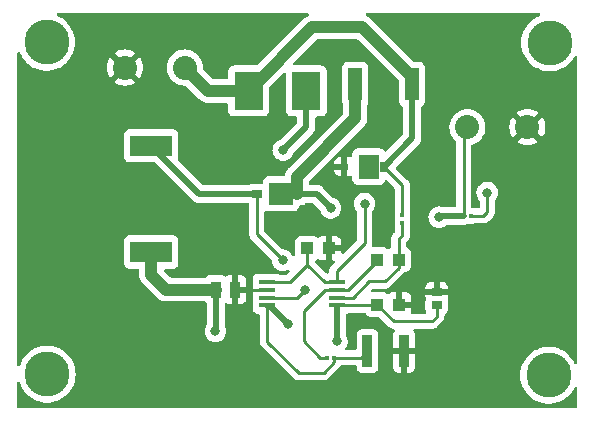
<source format=gbr>
%TF.GenerationSoftware,KiCad,Pcbnew,(6.0.10)*%
%TF.CreationDate,2023-02-04T08:17:09+05:30*%
%TF.ProjectId,MpptDemoBoard,4d707074-4465-46d6-9f42-6f6172642e6b,rev?*%
%TF.SameCoordinates,Original*%
%TF.FileFunction,Copper,L1,Top*%
%TF.FilePolarity,Positive*%
%FSLAX46Y46*%
G04 Gerber Fmt 4.6, Leading zero omitted, Abs format (unit mm)*
G04 Created by KiCad (PCBNEW (6.0.10)) date 2023-02-04 08:17:09*
%MOMM*%
%LPD*%
G01*
G04 APERTURE LIST*
%TA.AperFunction,SMDPad,CuDef*%
%ADD10R,0.850000X0.650000*%
%TD*%
%TA.AperFunction,SMDPad,CuDef*%
%ADD11R,2.000000X1.950000*%
%TD*%
%TA.AperFunction,SMDPad,CuDef*%
%ADD12R,0.650000X0.950000*%
%TD*%
%TA.AperFunction,SMDPad,CuDef*%
%ADD13R,3.606800X1.803400*%
%TD*%
%TA.AperFunction,ComponentPad*%
%ADD14C,3.800000*%
%TD*%
%TA.AperFunction,SMDPad,CuDef*%
%ADD15R,1.200000X2.800000*%
%TD*%
%TA.AperFunction,SMDPad,CuDef*%
%ADD16R,0.750000X0.850000*%
%TD*%
%TA.AperFunction,SMDPad,CuDef*%
%ADD17R,0.700000X0.550000*%
%TD*%
%TA.AperFunction,SMDPad,CuDef*%
%ADD18R,1.800000X2.040000*%
%TD*%
%TA.AperFunction,SMDPad,CuDef*%
%ADD19R,2.450000X3.300000*%
%TD*%
%TA.AperFunction,SMDPad,CuDef*%
%ADD20R,1.475000X0.450000*%
%TD*%
%TA.AperFunction,ComponentPad*%
%ADD21C,2.032000*%
%TD*%
%TA.AperFunction,SMDPad,CuDef*%
%ADD22R,1.050000X1.050000*%
%TD*%
%TA.AperFunction,SMDPad,CuDef*%
%ADD23R,0.300000X0.300000*%
%TD*%
%TA.AperFunction,SMDPad,CuDef*%
%ADD24R,0.820000X2.720000*%
%TD*%
%TA.AperFunction,SMDPad,CuDef*%
%ADD25R,0.900000X0.650000*%
%TD*%
%TA.AperFunction,SMDPad,CuDef*%
%ADD26R,0.910000X1.390000*%
%TD*%
%TA.AperFunction,ViaPad*%
%ADD27C,0.800000*%
%TD*%
%TA.AperFunction,Conductor*%
%ADD28C,0.250000*%
%TD*%
%TA.AperFunction,Conductor*%
%ADD29C,0.500000*%
%TD*%
%TA.AperFunction,Conductor*%
%ADD30C,1.000000*%
%TD*%
G04 APERTURE END LIST*
D10*
%TO.P,D1,1,A*%
%TO.N,Net-(D1-Pad1)*%
X119848200Y-113588800D03*
D11*
%TO.P,D1,2,K_1*%
%TO.N,Net-(C3-Pad1)*%
X121903200Y-113588800D03*
D12*
%TO.P,D1,3,K_2*%
X123228200Y-113588800D03*
%TD*%
D13*
%TO.P,L1,1,1*%
%TO.N,Net-(D1-Pad1)*%
X110890250Y-109525000D03*
%TO.P,L1,2,2*%
%TO.N,Net-(C1-Pad2)*%
X110890250Y-118516600D03*
%TD*%
D14*
%TO.P,REF\u002A\u002A,1*%
%TO.N,N/C*%
X144551400Y-128955800D03*
%TD*%
D15*
%TO.P,R4,1*%
%TO.N,Net-(C3-Pad1)*%
X128181400Y-104317800D03*
%TO.P,R4,2*%
%TO.N,Net-(R3-Pad2)*%
X132981400Y-104317800D03*
%TD*%
D16*
%TO.P,Z1,1,K_1*%
%TO.N,Net-(R3-Pad2)*%
X130580400Y-111277400D03*
D17*
%TO.P,Z1,2,A*%
%TO.N,GND*%
X127255400Y-111277400D03*
D18*
%TO.P,Z1,3,K_2*%
%TO.N,Net-(R3-Pad2)*%
X129305400Y-111277400D03*
%TD*%
D14*
%TO.P,REF\u002A\u002A,1*%
%TO.N,N/C*%
X144627600Y-100787200D03*
%TD*%
D19*
%TO.P,R5,1*%
%TO.N,Net-(R3-Pad2)*%
X119139800Y-104876600D03*
%TO.P,R5,2*%
%TO.N,Net-(C5-Pad1)*%
X124039800Y-104876600D03*
%TD*%
D20*
%TO.P,IC1,1,MPP-SET*%
%TO.N,Net-(C2-Pad1)*%
X120734600Y-121072000D03*
%TO.P,IC1,2,GND*%
%TO.N,GND*%
X120734600Y-121722000D03*
%TO.P,IC1,3,LX*%
%TO.N,Net-(D1-Pad1)*%
X120734600Y-122372000D03*
%TO.P,IC1,4,VOUT*%
%TO.N,Net-(C3-Pad1)*%
X120734600Y-123022000D03*
%TO.P,IC1,5,VCTRL*%
%TO.N,Net-(C5-Pad1)*%
X126610600Y-123022000D03*
%TO.P,IC1,6,ICTRL_MINUS*%
%TO.N,Net-(C4-Pad2)*%
X126610600Y-122372000D03*
%TO.P,IC1,7,ICTRL_PLUS*%
%TO.N,Net-(C4-Pad1)*%
X126610600Y-121722000D03*
%TO.P,IC1,8,XSHUT*%
%TO.N,Net-(C2-Pad1)*%
X126610600Y-121072000D03*
%TD*%
D21*
%TO.P,U1,1,1*%
%TO.N,Net-(C1-Pad2)*%
X137668000Y-107950000D03*
%TO.P,U1,2,2*%
%TO.N,GND*%
X142748000Y-107950000D03*
%TD*%
D22*
%TO.P,C5,1*%
%TO.N,Net-(C5-Pad1)*%
X130037400Y-122961400D03*
%TO.P,C5,2*%
%TO.N,GND*%
X131887400Y-122961400D03*
%TD*%
D14*
%TO.P,REF\u002A\u002A,1*%
%TO.N,N/C*%
X102031800Y-100761800D03*
%TD*%
D22*
%TO.P,C4,1*%
%TO.N,Net-(C4-Pad1)*%
X130012000Y-119151400D03*
%TO.P,C4,2*%
%TO.N,Net-(C4-Pad2)*%
X131862000Y-119151400D03*
%TD*%
D14*
%TO.P,REF\u002A\u002A,1*%
%TO.N,N/C*%
X102082600Y-128854200D03*
%TD*%
D23*
%TO.P,R1,1*%
%TO.N,Net-(C1-Pad2)*%
X137338600Y-115443000D03*
%TO.P,R1,2*%
%TO.N,Net-(C2-Pad1)*%
X137938600Y-115443000D03*
%TD*%
D24*
%TO.P,C3,1*%
%TO.N,Net-(C3-Pad1)*%
X129209200Y-126898400D03*
%TO.P,C3,2*%
%TO.N,GND*%
X132309200Y-126898400D03*
%TD*%
D23*
%TO.P,R2,1*%
%TO.N,Net-(C4-Pad1)*%
X125756200Y-127457200D03*
%TO.P,R2,2*%
%TO.N,Net-(C3-Pad1)*%
X126356200Y-127457200D03*
%TD*%
D21*
%TO.P,U2,1,1*%
%TO.N,Net-(R3-Pad2)*%
X113741200Y-102895400D03*
%TO.P,U2,2,2*%
%TO.N,GND*%
X108661200Y-102895400D03*
%TD*%
D25*
%TO.P,R6,1*%
%TO.N,Net-(C5-Pad1)*%
X135077200Y-123019200D03*
%TO.P,R6,2*%
%TO.N,GND*%
X135077200Y-121869200D03*
%TD*%
D23*
%TO.P,R3,1*%
%TO.N,Net-(C4-Pad2)*%
X132156200Y-116022400D03*
%TO.P,R3,2*%
%TO.N,Net-(R3-Pad2)*%
X132156200Y-115422400D03*
%TD*%
D26*
%TO.P,C1,1*%
%TO.N,GND*%
X117990200Y-121691400D03*
%TO.P,C1,2*%
%TO.N,Net-(C1-Pad2)*%
X116350200Y-121691400D03*
%TD*%
D22*
%TO.P,C2,1*%
%TO.N,Net-(C2-Pad1)*%
X124104400Y-118186200D03*
%TO.P,C2,2*%
%TO.N,GND*%
X125954400Y-118186200D03*
%TD*%
D27*
%TO.N,Net-(C1-Pad2)*%
X116332000Y-125222000D03*
X135280400Y-115570000D03*
%TO.N,Net-(C2-Pad1)*%
X128955800Y-114427000D03*
X139344400Y-113487200D03*
%TO.N,Net-(C3-Pad1)*%
X122504200Y-124637800D03*
X126085600Y-114782600D03*
%TO.N,Net-(C5-Pad1)*%
X126619000Y-126085600D03*
X122072400Y-109880400D03*
%TO.N,Net-(D1-Pad1)*%
X122021600Y-119202200D03*
X123901200Y-121716800D03*
%TD*%
D28*
%TO.N,GND*%
X118020800Y-121722000D02*
X117990200Y-121691400D01*
X120734600Y-121722000D02*
X118020800Y-121722000D01*
D29*
%TO.N,Net-(C1-Pad2)*%
X137338600Y-115443000D02*
X135407400Y-115443000D01*
D30*
X110890250Y-120440650D02*
X112141000Y-121691400D01*
X112141000Y-121691400D02*
X116350200Y-121691400D01*
X110890250Y-118516600D02*
X110890250Y-120440650D01*
D29*
X116350200Y-125203800D02*
X116332000Y-125222000D01*
X116350200Y-121691400D02*
X116350200Y-125203800D01*
X135407400Y-115443000D02*
X135280400Y-115570000D01*
D28*
X137338600Y-115443000D02*
X137338600Y-108279400D01*
X137338600Y-108279400D02*
X137668000Y-107950000D01*
%TO.N,Net-(C2-Pad1)*%
X139014200Y-115443000D02*
X137938600Y-115443000D01*
X128320800Y-118414800D02*
X128955800Y-117779800D01*
X126610600Y-120125000D02*
X128320800Y-118414800D01*
X139344400Y-113487200D02*
X139344400Y-115112800D01*
X122605800Y-121081800D02*
X122596000Y-121072000D01*
X124104400Y-118186200D02*
X124104400Y-119583200D01*
X128955800Y-117779800D02*
X128955800Y-114427000D01*
X122596000Y-121072000D02*
X120734600Y-121072000D01*
X125593200Y-121072000D02*
X126610600Y-121072000D01*
X124104400Y-119583200D02*
X125593200Y-121072000D01*
X124104400Y-119583200D02*
X122605800Y-121081800D01*
X139344400Y-115112800D02*
X139014200Y-115443000D01*
X126610600Y-121072000D02*
X126610600Y-120125000D01*
%TO.N,Net-(C3-Pad1)*%
X126356200Y-127857200D02*
X126356200Y-127457200D01*
D30*
X128181400Y-107175000D02*
X128181400Y-104317800D01*
D29*
X120913400Y-123047000D02*
X120734600Y-123047000D01*
D28*
X128650400Y-127457200D02*
X129209200Y-126898400D01*
X120734600Y-123022000D02*
X120734600Y-126094000D01*
X120734600Y-126094000D02*
X123367800Y-128727200D01*
D30*
X123228200Y-113588800D02*
X123228200Y-112128200D01*
D29*
X122504200Y-124637800D02*
X120913400Y-123047000D01*
X121903200Y-113588800D02*
X124891800Y-113588800D01*
X124891800Y-113588800D02*
X126085600Y-114782600D01*
D28*
X125486200Y-128727200D02*
X126356200Y-127857200D01*
D30*
X123228200Y-112128200D02*
X128181400Y-107175000D01*
D28*
X123367800Y-128727200D02*
X125486200Y-128727200D01*
X126356200Y-127457200D02*
X128650400Y-127457200D01*
%TO.N,Net-(C4-Pad1)*%
X125756200Y-127457200D02*
X125196600Y-127457200D01*
X127573100Y-121722000D02*
X130012000Y-119283100D01*
X123825000Y-126085600D02*
X123825000Y-123545100D01*
X123825000Y-123545100D02*
X125648100Y-121722000D01*
X125648100Y-121722000D02*
X126610600Y-121722000D01*
X130012000Y-119283100D02*
X130012000Y-119151400D01*
X125196600Y-127457200D02*
X123825000Y-126085600D01*
X126610600Y-121722000D02*
X127573100Y-121722000D01*
%TO.N,Net-(C4-Pad2)*%
X130683000Y-121005600D02*
X131862000Y-119826600D01*
X131862000Y-119151400D02*
X131862000Y-117388200D01*
X132156200Y-117094000D02*
X132156200Y-116022400D01*
X131862000Y-117388200D02*
X132156200Y-117094000D01*
X127995800Y-122372000D02*
X129362200Y-121005600D01*
X129362200Y-121005600D02*
X130683000Y-121005600D01*
X126610600Y-122372000D02*
X127995800Y-122372000D01*
X131862000Y-119826600D02*
X131862000Y-119151400D01*
%TO.N,Net-(C5-Pad1)*%
X131459800Y-124383800D02*
X134670800Y-124383800D01*
X135077200Y-123977400D02*
X135077200Y-123019200D01*
D29*
X126619000Y-126085600D02*
X126619000Y-123047000D01*
D28*
X130037400Y-122961400D02*
X131459800Y-124383800D01*
X126610600Y-123022000D02*
X129976800Y-123022000D01*
D29*
X126619000Y-123047000D02*
X126610600Y-123047000D01*
X124039800Y-107913000D02*
X122072400Y-109880400D01*
X124039800Y-104876600D02*
X124039800Y-107913000D01*
D28*
X129976800Y-123022000D02*
X130037400Y-122961400D01*
X134670800Y-124383800D02*
X135077200Y-123977400D01*
D29*
%TO.N,Net-(D1-Pad1)*%
X114954050Y-113588800D02*
X110890250Y-109525000D01*
D28*
X119848200Y-117028800D02*
X122021600Y-119202200D01*
X123901200Y-121716800D02*
X123246000Y-122372000D01*
X123246000Y-122372000D02*
X120734600Y-122372000D01*
X119848200Y-113588800D02*
X119848200Y-117028800D01*
D29*
X119848200Y-113588800D02*
X114954050Y-113588800D01*
D30*
%TO.N,Net-(R3-Pad2)*%
X119139800Y-104876600D02*
X115722400Y-104876600D01*
X132981400Y-103704600D02*
X132981400Y-104317800D01*
D28*
X132156200Y-112853200D02*
X130580400Y-111277400D01*
D30*
X119139800Y-104876600D02*
X124532600Y-99483800D01*
X124532600Y-99483800D02*
X128760600Y-99483800D01*
X128760600Y-99483800D02*
X132981400Y-103704600D01*
D29*
X132981400Y-104317800D02*
X132981400Y-108876400D01*
D30*
X115722400Y-104876600D02*
X113741200Y-102895400D01*
D28*
X132156200Y-115422400D02*
X132156200Y-112853200D01*
D29*
X132981400Y-108876400D02*
X130580400Y-111277400D01*
%TD*%
%TA.AperFunction,Conductor*%
%TO.N,GND*%
G36*
X124182716Y-98318502D02*
G01*
X124229209Y-98372158D01*
X124239313Y-98442432D01*
X124209819Y-98507012D01*
X124161604Y-98541340D01*
X124156264Y-98542891D01*
X124151532Y-98545344D01*
X124146431Y-98546884D01*
X124140988Y-98549778D01*
X124064340Y-98590531D01*
X124063174Y-98591143D01*
X124041921Y-98602160D01*
X123980674Y-98633908D01*
X123976511Y-98637231D01*
X123971804Y-98639734D01*
X123899682Y-98698555D01*
X123898826Y-98699246D01*
X123859627Y-98730538D01*
X123857123Y-98733042D01*
X123856405Y-98733684D01*
X123852072Y-98737385D01*
X123818538Y-98764735D01*
X123814611Y-98769482D01*
X123814609Y-98769484D01*
X123789313Y-98800062D01*
X123781323Y-98808842D01*
X121832324Y-100757842D01*
X119908971Y-102681195D01*
X119846659Y-102715221D01*
X119819876Y-102718100D01*
X117866666Y-102718100D01*
X117804484Y-102724855D01*
X117668095Y-102775985D01*
X117551539Y-102863339D01*
X117464185Y-102979895D01*
X117413055Y-103116284D01*
X117406300Y-103178466D01*
X117406300Y-103742100D01*
X117386298Y-103810221D01*
X117332642Y-103856714D01*
X117280300Y-103868100D01*
X116192325Y-103868100D01*
X116124204Y-103848098D01*
X116103230Y-103831195D01*
X115303975Y-103031940D01*
X115269949Y-102969628D01*
X115267458Y-102932959D01*
X115270026Y-102900329D01*
X115270414Y-102895400D01*
X115251587Y-102656178D01*
X115250433Y-102651371D01*
X115250432Y-102651365D01*
X115196724Y-102427659D01*
X115195569Y-102422847D01*
X115192756Y-102416055D01*
X115105634Y-102205723D01*
X115105633Y-102205721D01*
X115103740Y-102201151D01*
X114978360Y-101996551D01*
X114938430Y-101949798D01*
X114825731Y-101817844D01*
X114822518Y-101814082D01*
X114640049Y-101658240D01*
X114435449Y-101532860D01*
X114430879Y-101530967D01*
X114430877Y-101530966D01*
X114218326Y-101442925D01*
X114218324Y-101442924D01*
X114213753Y-101441031D01*
X114132163Y-101421443D01*
X113985235Y-101386168D01*
X113985229Y-101386167D01*
X113980422Y-101385013D01*
X113741200Y-101366186D01*
X113501978Y-101385013D01*
X113497171Y-101386167D01*
X113497165Y-101386168D01*
X113350237Y-101421443D01*
X113268647Y-101441031D01*
X113264076Y-101442924D01*
X113264074Y-101442925D01*
X113051523Y-101530966D01*
X113051521Y-101530967D01*
X113046951Y-101532860D01*
X112842351Y-101658240D01*
X112659882Y-101814082D01*
X112656669Y-101817844D01*
X112543971Y-101949798D01*
X112504040Y-101996551D01*
X112378660Y-102201151D01*
X112376767Y-102205721D01*
X112376766Y-102205723D01*
X112289644Y-102416055D01*
X112286831Y-102422847D01*
X112285676Y-102427659D01*
X112231968Y-102651365D01*
X112231967Y-102651371D01*
X112230813Y-102656178D01*
X112211986Y-102895400D01*
X112230813Y-103134622D01*
X112231967Y-103139429D01*
X112231968Y-103139435D01*
X112267243Y-103286363D01*
X112286831Y-103367953D01*
X112378660Y-103589649D01*
X112504040Y-103794249D01*
X112507257Y-103798016D01*
X112507258Y-103798017D01*
X112550031Y-103848098D01*
X112659882Y-103976718D01*
X112842351Y-104132560D01*
X113046951Y-104257940D01*
X113051521Y-104259833D01*
X113051523Y-104259834D01*
X113264074Y-104347875D01*
X113268647Y-104349769D01*
X113350237Y-104369357D01*
X113497165Y-104404632D01*
X113497171Y-104404633D01*
X113501978Y-104405787D01*
X113741200Y-104424614D01*
X113778760Y-104421658D01*
X113848239Y-104436254D01*
X113877740Y-104458175D01*
X114965545Y-105545979D01*
X114974647Y-105556122D01*
X114998368Y-105585625D01*
X115003096Y-105589592D01*
X115036821Y-105617891D01*
X115040469Y-105621072D01*
X115042281Y-105622715D01*
X115044475Y-105624909D01*
X115077749Y-105652242D01*
X115078547Y-105652904D01*
X115149874Y-105712754D01*
X115154544Y-105715322D01*
X115158661Y-105718703D01*
X115216545Y-105749740D01*
X115240486Y-105762577D01*
X115241645Y-105763206D01*
X115317781Y-105805062D01*
X115317789Y-105805065D01*
X115323187Y-105808033D01*
X115328269Y-105809645D01*
X115332963Y-105812162D01*
X115338854Y-105813963D01*
X115421877Y-105839347D01*
X115423135Y-105839739D01*
X115511706Y-105867835D01*
X115516997Y-105868429D01*
X115522098Y-105869988D01*
X115614663Y-105879390D01*
X115615850Y-105879516D01*
X115645238Y-105882813D01*
X115662130Y-105884708D01*
X115662135Y-105884708D01*
X115665627Y-105885100D01*
X115669152Y-105885100D01*
X115670137Y-105885155D01*
X115675832Y-105885603D01*
X115687742Y-105886813D01*
X115712734Y-105889352D01*
X115712739Y-105889352D01*
X115718862Y-105889974D01*
X115764508Y-105885659D01*
X115776367Y-105885100D01*
X117280300Y-105885100D01*
X117348421Y-105905102D01*
X117394914Y-105958758D01*
X117406300Y-106011100D01*
X117406300Y-106574734D01*
X117413055Y-106636916D01*
X117464185Y-106773305D01*
X117551539Y-106889861D01*
X117668095Y-106977215D01*
X117804484Y-107028345D01*
X117866666Y-107035100D01*
X120412934Y-107035100D01*
X120475116Y-107028345D01*
X120611505Y-106977215D01*
X120728061Y-106889861D01*
X120815415Y-106773305D01*
X120866545Y-106636916D01*
X120873300Y-106574734D01*
X120873300Y-104621525D01*
X120893302Y-104553404D01*
X120910205Y-104532430D01*
X122091205Y-103351430D01*
X122153517Y-103317404D01*
X122224332Y-103322469D01*
X122281168Y-103365016D01*
X122305979Y-103431536D01*
X122306300Y-103440525D01*
X122306300Y-106574734D01*
X122313055Y-106636916D01*
X122364185Y-106773305D01*
X122451539Y-106889861D01*
X122568095Y-106977215D01*
X122704484Y-107028345D01*
X122766666Y-107035100D01*
X123155300Y-107035100D01*
X123223421Y-107055102D01*
X123269914Y-107108758D01*
X123281300Y-107161100D01*
X123281300Y-107546629D01*
X123261298Y-107614750D01*
X123244395Y-107635724D01*
X121916069Y-108964050D01*
X121853172Y-108998201D01*
X121796576Y-109010231D01*
X121796567Y-109010234D01*
X121790112Y-109011606D01*
X121784082Y-109014291D01*
X121784081Y-109014291D01*
X121621678Y-109086597D01*
X121621676Y-109086598D01*
X121615648Y-109089282D01*
X121610307Y-109093162D01*
X121610306Y-109093163D01*
X121586741Y-109110284D01*
X121461147Y-109201534D01*
X121456726Y-109206444D01*
X121456725Y-109206445D01*
X121383123Y-109288189D01*
X121333360Y-109343456D01*
X121237873Y-109508844D01*
X121178858Y-109690472D01*
X121178168Y-109697033D01*
X121178168Y-109697035D01*
X121166964Y-109803633D01*
X121158896Y-109880400D01*
X121159586Y-109886965D01*
X121172480Y-110009641D01*
X121178858Y-110070328D01*
X121237873Y-110251956D01*
X121333360Y-110417344D01*
X121337778Y-110422251D01*
X121337779Y-110422252D01*
X121404247Y-110496072D01*
X121461147Y-110559266D01*
X121546659Y-110621394D01*
X121606673Y-110664997D01*
X121615648Y-110671518D01*
X121621676Y-110674202D01*
X121621678Y-110674203D01*
X121784081Y-110746509D01*
X121790112Y-110749194D01*
X121883513Y-110769047D01*
X121970456Y-110787528D01*
X121970461Y-110787528D01*
X121976913Y-110788900D01*
X122167887Y-110788900D01*
X122174339Y-110787528D01*
X122174344Y-110787528D01*
X122261287Y-110769047D01*
X122354688Y-110749194D01*
X122360719Y-110746509D01*
X122523122Y-110674203D01*
X122523124Y-110674202D01*
X122529152Y-110671518D01*
X122538128Y-110664997D01*
X122598141Y-110621394D01*
X122683653Y-110559266D01*
X122740553Y-110496072D01*
X122807021Y-110422252D01*
X122807022Y-110422251D01*
X122811440Y-110417344D01*
X122906927Y-110251956D01*
X122961787Y-110083114D01*
X122992525Y-110032956D01*
X124528711Y-108496770D01*
X124543123Y-108484384D01*
X124554718Y-108475851D01*
X124554723Y-108475846D01*
X124560618Y-108471508D01*
X124565357Y-108465930D01*
X124565360Y-108465927D01*
X124594835Y-108431232D01*
X124601765Y-108423716D01*
X124607461Y-108418020D01*
X124609724Y-108415159D01*
X124609729Y-108415154D01*
X124625093Y-108395734D01*
X124627882Y-108392333D01*
X124647357Y-108369409D01*
X124675133Y-108336715D01*
X124678459Y-108330202D01*
X124681820Y-108325163D01*
X124684996Y-108320021D01*
X124689534Y-108314284D01*
X124720455Y-108248125D01*
X124722361Y-108244225D01*
X124755569Y-108179192D01*
X124757308Y-108172083D01*
X124759404Y-108166449D01*
X124761323Y-108160679D01*
X124764422Y-108154050D01*
X124779291Y-108082565D01*
X124780261Y-108078282D01*
X124796273Y-108012844D01*
X124797608Y-108007390D01*
X124798300Y-107996236D01*
X124798335Y-107996238D01*
X124798575Y-107992266D01*
X124798952Y-107988045D01*
X124800441Y-107980885D01*
X124798346Y-107903458D01*
X124798300Y-107900050D01*
X124798300Y-107161100D01*
X124818302Y-107092979D01*
X124871958Y-107046486D01*
X124924300Y-107035100D01*
X125312934Y-107035100D01*
X125375116Y-107028345D01*
X125511505Y-106977215D01*
X125628061Y-106889861D01*
X125715415Y-106773305D01*
X125766545Y-106636916D01*
X125773300Y-106574734D01*
X125773300Y-103178466D01*
X125766545Y-103116284D01*
X125715415Y-102979895D01*
X125628061Y-102863339D01*
X125511505Y-102775985D01*
X125375116Y-102724855D01*
X125312934Y-102718100D01*
X123028725Y-102718100D01*
X122960604Y-102698098D01*
X122914111Y-102644442D01*
X122904007Y-102574168D01*
X122933501Y-102509588D01*
X122939630Y-102503005D01*
X124913429Y-100529205D01*
X124975741Y-100495180D01*
X125002524Y-100492300D01*
X128290675Y-100492300D01*
X128358796Y-100512302D01*
X128379770Y-100529205D01*
X131835995Y-103985429D01*
X131870021Y-104047741D01*
X131872900Y-104074524D01*
X131872900Y-105765934D01*
X131879655Y-105828116D01*
X131930785Y-105964505D01*
X132018139Y-106081061D01*
X132134695Y-106168415D01*
X132143104Y-106171567D01*
X132150975Y-106175877D01*
X132150064Y-106177541D01*
X132197890Y-106213463D01*
X132222593Y-106280024D01*
X132222900Y-106288809D01*
X132222900Y-108510029D01*
X132202898Y-108578150D01*
X132185995Y-108599124D01*
X130809504Y-109975615D01*
X130747192Y-110009641D01*
X130676377Y-110004576D01*
X130619584Y-109962086D01*
X130568661Y-109894139D01*
X130452105Y-109806785D01*
X130315716Y-109755655D01*
X130253534Y-109748900D01*
X128357266Y-109748900D01*
X128295084Y-109755655D01*
X128158695Y-109806785D01*
X128042139Y-109894139D01*
X127954785Y-110010695D01*
X127903655Y-110147084D01*
X127896900Y-110209266D01*
X127896900Y-110387313D01*
X127876898Y-110455434D01*
X127823242Y-110501927D01*
X127752968Y-110512031D01*
X127726674Y-110505296D01*
X127723011Y-110503923D01*
X127707751Y-110500295D01*
X127656886Y-110494769D01*
X127650072Y-110494400D01*
X127527515Y-110494400D01*
X127512276Y-110498875D01*
X127511071Y-110500265D01*
X127509400Y-110507948D01*
X127509400Y-112042284D01*
X127513875Y-112057523D01*
X127515265Y-112058728D01*
X127522948Y-112060399D01*
X127650069Y-112060399D01*
X127656890Y-112060029D01*
X127707752Y-112054505D01*
X127723009Y-112050878D01*
X127726674Y-112049504D01*
X127729727Y-112049281D01*
X127730693Y-112049051D01*
X127730730Y-112049207D01*
X127797481Y-112044323D01*
X127859849Y-112078245D01*
X127893976Y-112140502D01*
X127896900Y-112167487D01*
X127896900Y-112345534D01*
X127903655Y-112407716D01*
X127954785Y-112544105D01*
X128042139Y-112660661D01*
X128158695Y-112748015D01*
X128295084Y-112799145D01*
X128357266Y-112805900D01*
X130253534Y-112805900D01*
X130315716Y-112799145D01*
X130452105Y-112748015D01*
X130568661Y-112660661D01*
X130656015Y-112544105D01*
X130667806Y-112512653D01*
X130710448Y-112455889D01*
X130777010Y-112431189D01*
X130846358Y-112446397D01*
X130874883Y-112467787D01*
X131200490Y-112793395D01*
X131485796Y-113078701D01*
X131519821Y-113141013D01*
X131522700Y-113167796D01*
X131522700Y-115090574D01*
X131514682Y-115134804D01*
X131504455Y-115162084D01*
X131497700Y-115224266D01*
X131497700Y-115620534D01*
X131504455Y-115682716D01*
X131507229Y-115690115D01*
X131507975Y-115693254D01*
X131507975Y-115751546D01*
X131507229Y-115754685D01*
X131504455Y-115762084D01*
X131497700Y-115824266D01*
X131497700Y-116220534D01*
X131504455Y-116282716D01*
X131514682Y-116309996D01*
X131522700Y-116354226D01*
X131522700Y-116779405D01*
X131502698Y-116847526D01*
X131485795Y-116868500D01*
X131469747Y-116884548D01*
X131461461Y-116892088D01*
X131454982Y-116896200D01*
X131449557Y-116901977D01*
X131408356Y-116945852D01*
X131405601Y-116948694D01*
X131385865Y-116968430D01*
X131383385Y-116971627D01*
X131375682Y-116980647D01*
X131345414Y-117012879D01*
X131341595Y-117019825D01*
X131341593Y-117019828D01*
X131335652Y-117030634D01*
X131324801Y-117047153D01*
X131312386Y-117063159D01*
X131309241Y-117070428D01*
X131309238Y-117070432D01*
X131294826Y-117103737D01*
X131289609Y-117114387D01*
X131268305Y-117153140D01*
X131266334Y-117160815D01*
X131266334Y-117160816D01*
X131263267Y-117172762D01*
X131256863Y-117191466D01*
X131248819Y-117210055D01*
X131247580Y-117217878D01*
X131247577Y-117217888D01*
X131241901Y-117253724D01*
X131239495Y-117265344D01*
X131232508Y-117292558D01*
X131228500Y-117308170D01*
X131228500Y-117328424D01*
X131226949Y-117348134D01*
X131223780Y-117368143D01*
X131224526Y-117376035D01*
X131227941Y-117412161D01*
X131228500Y-117424019D01*
X131228500Y-118036646D01*
X131208498Y-118104767D01*
X131154842Y-118151260D01*
X131146730Y-118154628D01*
X131100908Y-118171806D01*
X131090295Y-118175785D01*
X131083110Y-118181170D01*
X131083108Y-118181171D01*
X131012565Y-118234040D01*
X130946058Y-118258888D01*
X130876676Y-118243835D01*
X130861435Y-118234040D01*
X130790892Y-118181171D01*
X130790890Y-118181170D01*
X130783705Y-118175785D01*
X130647316Y-118124655D01*
X130585134Y-118117900D01*
X129689292Y-118117900D01*
X129621171Y-118097898D01*
X129574678Y-118044242D01*
X129564574Y-117973968D01*
X129567094Y-117962306D01*
X129568981Y-117957945D01*
X129570220Y-117950124D01*
X129570223Y-117950113D01*
X129575899Y-117914276D01*
X129578305Y-117902656D01*
X129587328Y-117867511D01*
X129587328Y-117867510D01*
X129589300Y-117859830D01*
X129589300Y-117839576D01*
X129590851Y-117819865D01*
X129592780Y-117807686D01*
X129594020Y-117799857D01*
X129589859Y-117755838D01*
X129589300Y-117743981D01*
X129589300Y-115129524D01*
X129609302Y-115061403D01*
X129621658Y-115045221D01*
X129694840Y-114963944D01*
X129760999Y-114849353D01*
X129787023Y-114804279D01*
X129787024Y-114804278D01*
X129790327Y-114798556D01*
X129849342Y-114616928D01*
X129851892Y-114592672D01*
X129868614Y-114433565D01*
X129869304Y-114427000D01*
X129849342Y-114237072D01*
X129790327Y-114055444D01*
X129694840Y-113890056D01*
X129671811Y-113864479D01*
X129571475Y-113753045D01*
X129571474Y-113753044D01*
X129567053Y-113748134D01*
X129412552Y-113635882D01*
X129406524Y-113633198D01*
X129406522Y-113633197D01*
X129244119Y-113560891D01*
X129244118Y-113560891D01*
X129238088Y-113558206D01*
X129144688Y-113538353D01*
X129057744Y-113519872D01*
X129057739Y-113519872D01*
X129051287Y-113518500D01*
X128860313Y-113518500D01*
X128853861Y-113519872D01*
X128853856Y-113519872D01*
X128766912Y-113538353D01*
X128673512Y-113558206D01*
X128667482Y-113560891D01*
X128667481Y-113560891D01*
X128505078Y-113633197D01*
X128505076Y-113633198D01*
X128499048Y-113635882D01*
X128344547Y-113748134D01*
X128340126Y-113753044D01*
X128340125Y-113753045D01*
X128239790Y-113864479D01*
X128216760Y-113890056D01*
X128121273Y-114055444D01*
X128062258Y-114237072D01*
X128042296Y-114427000D01*
X128042986Y-114433565D01*
X128059709Y-114592672D01*
X128062258Y-114616928D01*
X128121273Y-114798556D01*
X128124576Y-114804278D01*
X128124577Y-114804279D01*
X128150601Y-114849353D01*
X128216760Y-114963944D01*
X128289937Y-115045215D01*
X128320653Y-115109221D01*
X128322300Y-115129524D01*
X128322300Y-117465205D01*
X128302298Y-117533326D01*
X128285395Y-117554301D01*
X127844665Y-117995030D01*
X127844662Y-117995034D01*
X127202495Y-118637200D01*
X127140183Y-118671225D01*
X127069367Y-118666160D01*
X127012532Y-118623613D01*
X126987721Y-118557093D01*
X126987400Y-118548104D01*
X126987400Y-118458315D01*
X126982925Y-118443076D01*
X126981535Y-118441871D01*
X126973852Y-118440200D01*
X126226515Y-118440200D01*
X126211276Y-118444675D01*
X126210071Y-118446065D01*
X126208400Y-118453748D01*
X126208400Y-119201084D01*
X126212875Y-119216323D01*
X126214265Y-119217528D01*
X126221948Y-119219199D01*
X126316306Y-119219199D01*
X126384427Y-119239201D01*
X126430920Y-119292857D01*
X126441024Y-119363131D01*
X126411530Y-119427711D01*
X126405401Y-119434294D01*
X126218347Y-119621348D01*
X126210061Y-119628888D01*
X126203582Y-119633000D01*
X126198157Y-119638777D01*
X126156957Y-119682651D01*
X126154202Y-119685493D01*
X126134465Y-119705230D01*
X126131985Y-119708427D01*
X126124282Y-119717447D01*
X126094014Y-119749679D01*
X126090195Y-119756625D01*
X126090193Y-119756628D01*
X126084252Y-119767434D01*
X126073401Y-119783953D01*
X126060986Y-119799959D01*
X126057841Y-119807228D01*
X126057838Y-119807232D01*
X126043426Y-119840537D01*
X126038209Y-119851187D01*
X126016905Y-119889940D01*
X126014934Y-119897615D01*
X126014934Y-119897616D01*
X126011867Y-119909562D01*
X126005463Y-119928266D01*
X125997419Y-119946855D01*
X125996180Y-119954678D01*
X125996177Y-119954688D01*
X125990501Y-119990524D01*
X125988095Y-120002144D01*
X125980001Y-120033670D01*
X125977100Y-120044970D01*
X125977100Y-120065224D01*
X125975549Y-120084934D01*
X125972380Y-120104943D01*
X125973126Y-120112835D01*
X125976541Y-120148961D01*
X125977100Y-120160819D01*
X125977100Y-120212500D01*
X125957098Y-120280621D01*
X125903442Y-120327114D01*
X125851100Y-120338500D01*
X125824966Y-120338500D01*
X125821569Y-120338869D01*
X125818172Y-120339053D01*
X125818115Y-120338006D01*
X125752533Y-120326249D01*
X125719716Y-120302612D01*
X124798331Y-119381226D01*
X124764307Y-119318916D01*
X124769372Y-119248100D01*
X124811919Y-119191265D01*
X124843199Y-119174151D01*
X124867695Y-119164968D01*
X124867696Y-119164967D01*
X124876105Y-119161815D01*
X124954252Y-119103247D01*
X125020758Y-119078399D01*
X125090141Y-119093452D01*
X125105382Y-119103247D01*
X125175752Y-119155986D01*
X125191346Y-119164524D01*
X125311794Y-119209678D01*
X125327049Y-119213305D01*
X125377914Y-119218831D01*
X125384728Y-119219200D01*
X125682285Y-119219200D01*
X125697524Y-119214725D01*
X125698729Y-119213335D01*
X125700400Y-119205652D01*
X125700400Y-117914085D01*
X126208400Y-117914085D01*
X126212875Y-117929324D01*
X126214265Y-117930529D01*
X126221948Y-117932200D01*
X126969284Y-117932200D01*
X126984523Y-117927725D01*
X126985728Y-117926335D01*
X126987399Y-117918652D01*
X126987399Y-117616531D01*
X126987029Y-117609710D01*
X126981505Y-117558848D01*
X126977879Y-117543596D01*
X126932724Y-117423146D01*
X126924186Y-117407551D01*
X126847685Y-117305476D01*
X126835124Y-117292915D01*
X126733049Y-117216414D01*
X126717454Y-117207876D01*
X126597006Y-117162722D01*
X126581751Y-117159095D01*
X126530886Y-117153569D01*
X126524072Y-117153200D01*
X126226515Y-117153200D01*
X126211276Y-117157675D01*
X126210071Y-117159065D01*
X126208400Y-117166748D01*
X126208400Y-117914085D01*
X125700400Y-117914085D01*
X125700400Y-117171316D01*
X125695925Y-117156077D01*
X125694535Y-117154872D01*
X125686852Y-117153201D01*
X125384731Y-117153201D01*
X125377910Y-117153571D01*
X125327048Y-117159095D01*
X125311796Y-117162721D01*
X125191346Y-117207876D01*
X125175752Y-117216414D01*
X125105382Y-117269153D01*
X125038876Y-117294001D01*
X124969493Y-117278948D01*
X124954252Y-117269153D01*
X124915276Y-117239942D01*
X124876105Y-117210585D01*
X124739716Y-117159455D01*
X124682137Y-117153200D01*
X124680931Y-117153069D01*
X124677534Y-117152700D01*
X123531266Y-117152700D01*
X123527869Y-117153069D01*
X123526663Y-117153200D01*
X123469084Y-117159455D01*
X123332695Y-117210585D01*
X123216139Y-117297939D01*
X123128785Y-117414495D01*
X123077655Y-117550884D01*
X123070900Y-117613066D01*
X123070900Y-118732404D01*
X123050898Y-118800525D01*
X122997242Y-118847018D01*
X122926968Y-118857122D01*
X122862388Y-118827628D01*
X122835781Y-118795404D01*
X122763941Y-118670974D01*
X122760640Y-118665256D01*
X122632853Y-118523334D01*
X122478352Y-118411082D01*
X122472324Y-118408398D01*
X122472322Y-118408397D01*
X122309919Y-118336091D01*
X122309918Y-118336091D01*
X122303888Y-118333406D01*
X122203934Y-118312160D01*
X122123544Y-118295072D01*
X122123539Y-118295072D01*
X122117087Y-118293700D01*
X122061194Y-118293700D01*
X121993073Y-118273698D01*
X121972099Y-118256795D01*
X120518605Y-116803300D01*
X120484579Y-116740988D01*
X120481700Y-116714205D01*
X120481700Y-115129898D01*
X120501702Y-115061777D01*
X120555358Y-115015284D01*
X120625632Y-115005180D01*
X120656143Y-115015354D01*
X120656495Y-115014415D01*
X120792884Y-115065545D01*
X120855066Y-115072300D01*
X122951334Y-115072300D01*
X123013516Y-115065545D01*
X123149905Y-115014415D01*
X123266461Y-114927061D01*
X123353815Y-114810505D01*
X123393783Y-114703891D01*
X123402172Y-114681514D01*
X123402173Y-114681511D01*
X123404945Y-114674116D01*
X123405572Y-114668347D01*
X123440326Y-114607509D01*
X123503281Y-114574687D01*
X123527693Y-114572300D01*
X123601334Y-114572300D01*
X123663516Y-114565545D01*
X123799905Y-114514415D01*
X123916461Y-114427061D01*
X123938441Y-114397733D01*
X123995300Y-114355220D01*
X124039266Y-114347300D01*
X124525429Y-114347300D01*
X124593550Y-114367302D01*
X124614524Y-114384205D01*
X125165475Y-114935156D01*
X125196213Y-114985314D01*
X125251073Y-115154156D01*
X125254376Y-115159878D01*
X125254377Y-115159879D01*
X125273401Y-115192830D01*
X125346560Y-115319544D01*
X125350978Y-115324451D01*
X125350979Y-115324452D01*
X125406949Y-115386613D01*
X125474347Y-115461466D01*
X125518990Y-115493901D01*
X125614695Y-115563435D01*
X125628848Y-115573718D01*
X125634876Y-115576402D01*
X125634878Y-115576403D01*
X125797281Y-115648709D01*
X125803312Y-115651394D01*
X125896713Y-115671247D01*
X125983656Y-115689728D01*
X125983661Y-115689728D01*
X125990113Y-115691100D01*
X126181087Y-115691100D01*
X126187539Y-115689728D01*
X126187544Y-115689728D01*
X126274487Y-115671247D01*
X126367888Y-115651394D01*
X126373919Y-115648709D01*
X126536322Y-115576403D01*
X126536324Y-115576402D01*
X126542352Y-115573718D01*
X126556506Y-115563435D01*
X126652210Y-115493901D01*
X126696853Y-115461466D01*
X126764251Y-115386613D01*
X126820221Y-115324452D01*
X126820222Y-115324451D01*
X126824640Y-115319544D01*
X126897799Y-115192830D01*
X126916823Y-115159879D01*
X126916824Y-115159878D01*
X126920127Y-115154156D01*
X126979142Y-114972528D01*
X126984676Y-114919881D01*
X126998414Y-114789165D01*
X126999104Y-114782600D01*
X126991562Y-114710842D01*
X126979832Y-114599235D01*
X126979832Y-114599233D01*
X126979142Y-114592672D01*
X126920127Y-114411044D01*
X126912443Y-114397734D01*
X126872603Y-114328731D01*
X126824640Y-114245656D01*
X126818228Y-114238534D01*
X126701275Y-114108645D01*
X126701274Y-114108644D01*
X126696853Y-114103734D01*
X126542352Y-113991482D01*
X126536324Y-113988798D01*
X126536322Y-113988797D01*
X126373919Y-113916491D01*
X126373918Y-113916491D01*
X126367888Y-113913806D01*
X126361433Y-113912434D01*
X126361424Y-113912431D01*
X126304828Y-113900401D01*
X126241931Y-113866250D01*
X125475570Y-113099889D01*
X125463184Y-113085477D01*
X125454651Y-113073882D01*
X125454646Y-113073877D01*
X125450308Y-113067982D01*
X125444730Y-113063243D01*
X125444727Y-113063240D01*
X125410032Y-113033765D01*
X125402516Y-113026835D01*
X125396821Y-113021140D01*
X125390680Y-113016282D01*
X125374549Y-113003519D01*
X125371145Y-113000728D01*
X125321097Y-112958209D01*
X125321095Y-112958208D01*
X125315515Y-112953467D01*
X125308999Y-112950139D01*
X125303950Y-112946772D01*
X125298821Y-112943605D01*
X125293084Y-112939066D01*
X125226925Y-112908145D01*
X125223025Y-112906239D01*
X125157992Y-112873031D01*
X125150884Y-112871292D01*
X125145241Y-112869193D01*
X125139478Y-112867276D01*
X125132850Y-112864178D01*
X125061383Y-112849313D01*
X125057099Y-112848343D01*
X124986190Y-112830992D01*
X124980588Y-112830644D01*
X124980585Y-112830644D01*
X124975036Y-112830300D01*
X124975038Y-112830264D01*
X124971045Y-112830025D01*
X124966853Y-112829651D01*
X124959685Y-112828160D01*
X124893475Y-112829951D01*
X124882279Y-112830254D01*
X124878872Y-112830300D01*
X124362700Y-112830300D01*
X124294579Y-112810298D01*
X124248086Y-112756642D01*
X124236700Y-112704300D01*
X124236700Y-112598125D01*
X124256702Y-112530004D01*
X124273605Y-112509030D01*
X125185566Y-111597069D01*
X126397401Y-111597069D01*
X126397771Y-111603890D01*
X126403295Y-111654752D01*
X126406921Y-111670004D01*
X126452076Y-111790454D01*
X126460614Y-111806049D01*
X126537115Y-111908124D01*
X126549676Y-111920685D01*
X126651751Y-111997186D01*
X126667346Y-112005724D01*
X126787794Y-112050878D01*
X126803049Y-112054505D01*
X126853914Y-112060031D01*
X126860728Y-112060400D01*
X126983285Y-112060400D01*
X126998524Y-112055925D01*
X126999729Y-112054535D01*
X127001400Y-112046852D01*
X127001400Y-111549515D01*
X126996925Y-111534276D01*
X126995535Y-111533071D01*
X126987852Y-111531400D01*
X126415516Y-111531400D01*
X126400277Y-111535875D01*
X126399072Y-111537265D01*
X126397401Y-111544948D01*
X126397401Y-111597069D01*
X125185566Y-111597069D01*
X125777350Y-111005285D01*
X126397400Y-111005285D01*
X126401875Y-111020524D01*
X126403265Y-111021729D01*
X126410948Y-111023400D01*
X126983285Y-111023400D01*
X126998524Y-111018925D01*
X126999729Y-111017535D01*
X127001400Y-111009852D01*
X127001400Y-110512516D01*
X126996925Y-110497277D01*
X126995535Y-110496072D01*
X126987852Y-110494401D01*
X126860731Y-110494401D01*
X126853910Y-110494771D01*
X126803048Y-110500295D01*
X126787796Y-110503921D01*
X126667346Y-110549076D01*
X126651751Y-110557614D01*
X126549676Y-110634115D01*
X126537115Y-110646676D01*
X126460614Y-110748751D01*
X126452076Y-110764346D01*
X126406922Y-110884794D01*
X126403295Y-110900049D01*
X126397769Y-110950914D01*
X126397400Y-110957728D01*
X126397400Y-111005285D01*
X125777350Y-111005285D01*
X128850779Y-107931855D01*
X128860922Y-107922753D01*
X128885618Y-107902897D01*
X128890425Y-107899032D01*
X128922692Y-107860578D01*
X128925873Y-107856930D01*
X128927517Y-107855117D01*
X128929709Y-107852925D01*
X128956980Y-107819724D01*
X128957762Y-107818782D01*
X129013593Y-107752247D01*
X129013595Y-107752244D01*
X129017554Y-107747526D01*
X129020123Y-107742853D01*
X129023503Y-107738738D01*
X129035808Y-107715791D01*
X129067428Y-107656820D01*
X129068057Y-107655662D01*
X129109865Y-107579612D01*
X129109865Y-107579611D01*
X129112833Y-107574213D01*
X129114444Y-107569135D01*
X129116963Y-107564437D01*
X129144153Y-107475502D01*
X129144536Y-107474272D01*
X129144980Y-107472874D01*
X129172635Y-107385694D01*
X129173228Y-107380403D01*
X129174788Y-107375302D01*
X129184195Y-107282689D01*
X129184315Y-107281569D01*
X129189900Y-107231773D01*
X129189900Y-107228244D01*
X129189955Y-107227261D01*
X129190404Y-107221556D01*
X129194152Y-107184664D01*
X129194152Y-107184661D01*
X129194774Y-107178537D01*
X129190459Y-107132888D01*
X129189900Y-107121031D01*
X129189900Y-106062674D01*
X129209902Y-105994553D01*
X129215061Y-105987127D01*
X129232015Y-105964505D01*
X129283145Y-105828116D01*
X129289900Y-105765934D01*
X129289900Y-102869666D01*
X129283145Y-102807484D01*
X129232015Y-102671095D01*
X129144661Y-102554539D01*
X129028105Y-102467185D01*
X128891716Y-102416055D01*
X128829534Y-102409300D01*
X127533266Y-102409300D01*
X127471084Y-102416055D01*
X127334695Y-102467185D01*
X127218139Y-102554539D01*
X127130785Y-102671095D01*
X127079655Y-102807484D01*
X127072900Y-102869666D01*
X127072900Y-105765934D01*
X127079655Y-105828116D01*
X127130785Y-105964505D01*
X127147727Y-105987111D01*
X127172574Y-106053615D01*
X127172900Y-106062674D01*
X127172900Y-106705076D01*
X127152898Y-106773197D01*
X127135995Y-106794171D01*
X122558821Y-111371345D01*
X122548678Y-111380447D01*
X122519175Y-111404168D01*
X122515208Y-111408896D01*
X122486909Y-111442621D01*
X122483728Y-111446269D01*
X122482085Y-111448081D01*
X122479891Y-111450275D01*
X122452558Y-111483549D01*
X122451896Y-111484347D01*
X122392046Y-111555674D01*
X122389478Y-111560344D01*
X122386097Y-111564461D01*
X122368613Y-111597069D01*
X122342223Y-111646286D01*
X122341594Y-111647445D01*
X122299738Y-111723581D01*
X122299735Y-111723589D01*
X122296767Y-111728987D01*
X122295155Y-111734069D01*
X122292638Y-111738763D01*
X122265438Y-111827731D01*
X122265118Y-111828759D01*
X122236965Y-111917506D01*
X122236371Y-111922802D01*
X122234813Y-111927898D01*
X122234190Y-111934033D01*
X122228298Y-111992034D01*
X122201514Y-112057784D01*
X122143434Y-112098617D01*
X122102943Y-112105300D01*
X120855066Y-112105300D01*
X120792884Y-112112055D01*
X120656495Y-112163185D01*
X120539939Y-112250539D01*
X120452585Y-112367095D01*
X120401455Y-112503484D01*
X120394700Y-112565666D01*
X120394700Y-112629300D01*
X120374698Y-112697421D01*
X120321042Y-112743914D01*
X120268700Y-112755300D01*
X119375066Y-112755300D01*
X119312884Y-112762055D01*
X119176495Y-112813185D01*
X119173358Y-112815536D01*
X119115650Y-112830300D01*
X115320421Y-112830300D01*
X115252300Y-112810298D01*
X115231326Y-112793395D01*
X113192650Y-110754719D01*
X113158624Y-110692407D01*
X113163763Y-110621394D01*
X113192621Y-110544415D01*
X113195395Y-110537016D01*
X113202150Y-110474834D01*
X113202150Y-108575166D01*
X113195395Y-108512984D01*
X113144265Y-108376595D01*
X113056911Y-108260039D01*
X112940355Y-108172685D01*
X112803966Y-108121555D01*
X112741784Y-108114800D01*
X109038716Y-108114800D01*
X108976534Y-108121555D01*
X108840145Y-108172685D01*
X108723589Y-108260039D01*
X108636235Y-108376595D01*
X108585105Y-108512984D01*
X108578350Y-108575166D01*
X108578350Y-110474834D01*
X108585105Y-110537016D01*
X108636235Y-110673405D01*
X108723589Y-110789961D01*
X108840145Y-110877315D01*
X108976534Y-110928445D01*
X109038716Y-110935200D01*
X111175579Y-110935200D01*
X111243700Y-110955202D01*
X111264674Y-110972105D01*
X114370280Y-114077711D01*
X114382666Y-114092123D01*
X114391199Y-114103718D01*
X114391204Y-114103723D01*
X114395542Y-114109618D01*
X114401120Y-114114357D01*
X114401123Y-114114360D01*
X114435818Y-114143835D01*
X114443334Y-114150765D01*
X114449029Y-114156460D01*
X114451911Y-114158740D01*
X114471301Y-114174081D01*
X114474705Y-114176872D01*
X114489833Y-114189724D01*
X114530335Y-114224133D01*
X114536851Y-114227461D01*
X114541900Y-114230828D01*
X114547029Y-114233995D01*
X114552766Y-114238534D01*
X114618925Y-114269455D01*
X114622819Y-114271358D01*
X114687858Y-114304569D01*
X114694966Y-114306308D01*
X114700609Y-114308407D01*
X114706372Y-114310324D01*
X114713000Y-114313422D01*
X114720162Y-114314912D01*
X114720163Y-114314912D01*
X114784462Y-114328286D01*
X114788746Y-114329256D01*
X114859660Y-114346608D01*
X114865262Y-114346956D01*
X114865265Y-114346956D01*
X114870814Y-114347300D01*
X114870812Y-114347336D01*
X114874805Y-114347575D01*
X114878997Y-114347949D01*
X114886165Y-114349440D01*
X114963570Y-114347346D01*
X114966978Y-114347300D01*
X119088700Y-114347300D01*
X119156821Y-114367302D01*
X119203314Y-114420958D01*
X119214700Y-114473300D01*
X119214700Y-116950033D01*
X119214173Y-116961216D01*
X119212498Y-116968709D01*
X119212747Y-116976635D01*
X119212747Y-116976636D01*
X119214638Y-117036786D01*
X119214700Y-117040745D01*
X119214700Y-117068656D01*
X119215197Y-117072590D01*
X119215197Y-117072591D01*
X119215205Y-117072656D01*
X119216138Y-117084493D01*
X119217527Y-117128689D01*
X119221934Y-117143858D01*
X119223178Y-117148139D01*
X119227187Y-117167500D01*
X119229726Y-117187597D01*
X119232645Y-117194968D01*
X119232645Y-117194970D01*
X119246004Y-117228712D01*
X119249849Y-117239942D01*
X119259205Y-117272145D01*
X119262182Y-117282393D01*
X119266215Y-117289212D01*
X119266217Y-117289217D01*
X119272493Y-117299828D01*
X119281188Y-117317576D01*
X119288648Y-117336417D01*
X119293310Y-117342833D01*
X119293310Y-117342834D01*
X119314636Y-117372187D01*
X119321152Y-117382107D01*
X119338695Y-117411770D01*
X119343658Y-117420162D01*
X119357979Y-117434483D01*
X119370819Y-117449516D01*
X119382728Y-117465907D01*
X119416805Y-117494098D01*
X119425584Y-117502088D01*
X121074478Y-119150983D01*
X121108504Y-119213295D01*
X121110693Y-119226906D01*
X121128058Y-119392128D01*
X121187073Y-119573756D01*
X121282560Y-119739144D01*
X121286978Y-119744051D01*
X121286979Y-119744052D01*
X121383454Y-119851198D01*
X121410347Y-119881066D01*
X121564848Y-119993318D01*
X121570876Y-119996002D01*
X121570878Y-119996003D01*
X121726352Y-120065224D01*
X121739312Y-120070994D01*
X121832713Y-120090847D01*
X121919656Y-120109328D01*
X121919661Y-120109328D01*
X121926113Y-120110700D01*
X122117087Y-120110700D01*
X122123539Y-120109328D01*
X122123544Y-120109328D01*
X122210487Y-120090847D01*
X122303888Y-120070994D01*
X122362178Y-120045042D01*
X122434152Y-120012997D01*
X122504519Y-120003563D01*
X122568816Y-120033670D01*
X122606630Y-120093758D01*
X122605954Y-120164752D01*
X122574496Y-120217199D01*
X122390100Y-120401595D01*
X122327788Y-120435621D01*
X122301005Y-120438500D01*
X121816974Y-120438500D01*
X121748853Y-120418498D01*
X121741427Y-120413339D01*
X121718805Y-120396385D01*
X121582416Y-120345255D01*
X121520234Y-120338500D01*
X119948966Y-120338500D01*
X119886784Y-120345255D01*
X119750395Y-120396385D01*
X119633839Y-120483739D01*
X119546485Y-120600295D01*
X119495355Y-120736684D01*
X119488600Y-120798866D01*
X119488600Y-121345134D01*
X119493009Y-121385720D01*
X119493009Y-121412933D01*
X119489469Y-121445517D01*
X119489100Y-121452328D01*
X119489100Y-121478885D01*
X119493575Y-121494124D01*
X119519270Y-121516389D01*
X119518812Y-121516918D01*
X119531200Y-121523682D01*
X119546307Y-121543839D01*
X119546485Y-121543705D01*
X119623477Y-121646435D01*
X119648325Y-121712941D01*
X119633272Y-121782324D01*
X119623477Y-121797565D01*
X119546485Y-121900295D01*
X119546196Y-121900079D01*
X119500035Y-121946139D01*
X119494682Y-121948353D01*
X119490772Y-121952865D01*
X119489101Y-121960548D01*
X119489101Y-121991670D01*
X119489470Y-121998488D01*
X119493009Y-122031067D01*
X119493009Y-122058280D01*
X119488600Y-122098866D01*
X119488600Y-122645134D01*
X119488969Y-122648529D01*
X119488969Y-122648533D01*
X119492756Y-122683393D01*
X119492756Y-122710606D01*
X119488600Y-122748866D01*
X119488600Y-123295134D01*
X119495355Y-123357316D01*
X119546485Y-123493705D01*
X119633839Y-123610261D01*
X119750395Y-123697615D01*
X119886784Y-123748745D01*
X119948966Y-123755500D01*
X119975100Y-123755500D01*
X120043221Y-123775502D01*
X120089714Y-123829158D01*
X120101100Y-123881500D01*
X120101100Y-126015233D01*
X120100573Y-126026416D01*
X120098898Y-126033909D01*
X120099147Y-126041835D01*
X120099147Y-126041836D01*
X120101038Y-126101986D01*
X120101100Y-126105945D01*
X120101100Y-126133856D01*
X120101597Y-126137790D01*
X120101597Y-126137791D01*
X120101605Y-126137856D01*
X120102538Y-126149693D01*
X120103927Y-126193889D01*
X120109578Y-126213339D01*
X120113587Y-126232700D01*
X120116126Y-126252797D01*
X120119045Y-126260168D01*
X120119045Y-126260170D01*
X120132404Y-126293912D01*
X120136249Y-126305142D01*
X120146371Y-126339983D01*
X120148582Y-126347593D01*
X120152615Y-126354412D01*
X120152617Y-126354417D01*
X120158893Y-126365028D01*
X120167588Y-126382776D01*
X120175048Y-126401617D01*
X120179710Y-126408033D01*
X120179710Y-126408034D01*
X120201036Y-126437387D01*
X120207552Y-126447307D01*
X120221053Y-126470135D01*
X120230058Y-126485362D01*
X120244379Y-126499683D01*
X120257219Y-126514716D01*
X120269128Y-126531107D01*
X120275234Y-126536158D01*
X120303205Y-126559298D01*
X120311984Y-126567288D01*
X122864143Y-129119447D01*
X122871687Y-129127737D01*
X122875800Y-129134218D01*
X122881577Y-129139643D01*
X122925467Y-129180858D01*
X122928309Y-129183613D01*
X122948030Y-129203334D01*
X122951225Y-129205812D01*
X122960247Y-129213518D01*
X122992479Y-129243786D01*
X122999428Y-129247606D01*
X123010232Y-129253546D01*
X123026756Y-129264399D01*
X123042759Y-129276813D01*
X123083343Y-129294376D01*
X123093973Y-129299583D01*
X123132740Y-129320895D01*
X123140417Y-129322866D01*
X123140422Y-129322868D01*
X123152358Y-129325932D01*
X123171066Y-129332337D01*
X123189655Y-129340381D01*
X123197483Y-129341621D01*
X123197490Y-129341623D01*
X123233324Y-129347299D01*
X123244944Y-129349705D01*
X123276759Y-129357873D01*
X123287770Y-129360700D01*
X123308024Y-129360700D01*
X123327734Y-129362251D01*
X123347743Y-129365420D01*
X123355635Y-129364674D01*
X123374380Y-129362902D01*
X123391762Y-129361259D01*
X123403619Y-129360700D01*
X125407433Y-129360700D01*
X125418616Y-129361227D01*
X125426109Y-129362902D01*
X125434035Y-129362653D01*
X125434036Y-129362653D01*
X125494186Y-129360762D01*
X125498145Y-129360700D01*
X125526056Y-129360700D01*
X125529991Y-129360203D01*
X125530056Y-129360195D01*
X125541893Y-129359262D01*
X125574151Y-129358248D01*
X125578170Y-129358122D01*
X125586089Y-129357873D01*
X125605543Y-129352221D01*
X125624900Y-129348213D01*
X125637130Y-129346668D01*
X125637131Y-129346668D01*
X125644997Y-129345674D01*
X125652368Y-129342755D01*
X125652370Y-129342755D01*
X125686112Y-129329396D01*
X125697342Y-129325551D01*
X125732183Y-129315429D01*
X125732184Y-129315429D01*
X125739793Y-129313218D01*
X125746612Y-129309185D01*
X125746617Y-129309183D01*
X125757228Y-129302907D01*
X125774976Y-129294212D01*
X125793817Y-129286752D01*
X125814187Y-129271953D01*
X125829587Y-129260764D01*
X125839507Y-129254248D01*
X125870735Y-129235780D01*
X125870738Y-129235778D01*
X125877562Y-129231742D01*
X125891883Y-129217421D01*
X125906917Y-129204580D01*
X125908632Y-129203334D01*
X125923307Y-129192672D01*
X125928358Y-129186567D01*
X125928363Y-129186562D01*
X125951499Y-129158596D01*
X125959487Y-129149818D01*
X126748453Y-128360852D01*
X126756739Y-128353312D01*
X126763218Y-128349200D01*
X126809844Y-128299548D01*
X126812598Y-128296707D01*
X126832335Y-128276970D01*
X126834815Y-128273773D01*
X126842520Y-128264751D01*
X126872786Y-128232521D01*
X126876605Y-128225575D01*
X126876607Y-128225572D01*
X126882548Y-128214766D01*
X126893399Y-128198247D01*
X126900958Y-128188501D01*
X126905814Y-128182241D01*
X126912557Y-128166659D01*
X126957968Y-128112085D01*
X127028194Y-128090700D01*
X128164700Y-128090700D01*
X128232821Y-128110702D01*
X128279314Y-128164358D01*
X128290700Y-128216700D01*
X128290700Y-128306534D01*
X128297455Y-128368716D01*
X128348585Y-128505105D01*
X128435939Y-128621661D01*
X128552495Y-128709015D01*
X128688884Y-128760145D01*
X128751066Y-128766900D01*
X129667334Y-128766900D01*
X129729516Y-128760145D01*
X129865905Y-128709015D01*
X129982461Y-128621661D01*
X130069815Y-128505105D01*
X130120945Y-128368716D01*
X130127700Y-128306534D01*
X130127700Y-128303069D01*
X131391201Y-128303069D01*
X131391571Y-128309890D01*
X131397095Y-128360752D01*
X131400721Y-128376004D01*
X131445876Y-128496454D01*
X131454414Y-128512049D01*
X131530915Y-128614124D01*
X131543476Y-128626685D01*
X131645551Y-128703186D01*
X131661146Y-128711724D01*
X131781594Y-128756878D01*
X131796849Y-128760505D01*
X131847714Y-128766031D01*
X131854528Y-128766400D01*
X132037085Y-128766400D01*
X132052324Y-128761925D01*
X132053529Y-128760535D01*
X132055200Y-128752852D01*
X132055200Y-128748284D01*
X132563200Y-128748284D01*
X132567675Y-128763523D01*
X132569065Y-128764728D01*
X132576748Y-128766399D01*
X132763869Y-128766399D01*
X132770690Y-128766029D01*
X132821552Y-128760505D01*
X132836804Y-128756879D01*
X132957254Y-128711724D01*
X132972849Y-128703186D01*
X133074924Y-128626685D01*
X133087485Y-128614124D01*
X133163986Y-128512049D01*
X133172524Y-128496454D01*
X133217678Y-128376006D01*
X133221305Y-128360751D01*
X133226831Y-128309886D01*
X133227200Y-128303072D01*
X133227200Y-127170515D01*
X133222725Y-127155276D01*
X133221335Y-127154071D01*
X133213652Y-127152400D01*
X132581315Y-127152400D01*
X132566076Y-127156875D01*
X132564871Y-127158265D01*
X132563200Y-127165948D01*
X132563200Y-128748284D01*
X132055200Y-128748284D01*
X132055200Y-127170515D01*
X132050725Y-127155276D01*
X132049335Y-127154071D01*
X132041652Y-127152400D01*
X131409316Y-127152400D01*
X131394077Y-127156875D01*
X131392872Y-127158265D01*
X131391201Y-127165948D01*
X131391201Y-128303069D01*
X130127700Y-128303069D01*
X130127700Y-125490266D01*
X130120945Y-125428084D01*
X130069815Y-125291695D01*
X129982461Y-125175139D01*
X129865905Y-125087785D01*
X129729516Y-125036655D01*
X129667334Y-125029900D01*
X128751066Y-125029900D01*
X128688884Y-125036655D01*
X128552495Y-125087785D01*
X128435939Y-125175139D01*
X128348585Y-125291695D01*
X128297455Y-125428084D01*
X128290700Y-125490266D01*
X128290700Y-126697700D01*
X128270698Y-126765821D01*
X128217042Y-126812314D01*
X128164700Y-126823700D01*
X127458327Y-126823700D01*
X127390206Y-126803698D01*
X127343713Y-126750042D01*
X127333609Y-126679768D01*
X127355846Y-126624981D01*
X127358040Y-126622544D01*
X127438498Y-126483187D01*
X127450223Y-126462879D01*
X127450224Y-126462878D01*
X127453527Y-126457156D01*
X127512542Y-126275528D01*
X127517044Y-126232700D01*
X127531814Y-126092165D01*
X127532504Y-126085600D01*
X127512542Y-125895672D01*
X127453527Y-125714044D01*
X127394381Y-125611600D01*
X127377500Y-125548601D01*
X127377500Y-123866407D01*
X127397502Y-123798286D01*
X127451158Y-123751793D01*
X127459270Y-123748425D01*
X127586397Y-123700767D01*
X127594805Y-123697615D01*
X127617411Y-123680673D01*
X127683915Y-123655826D01*
X127692974Y-123655500D01*
X128946083Y-123655500D01*
X129014204Y-123675502D01*
X129056602Y-123720989D01*
X129058635Y-123724702D01*
X129061785Y-123733105D01*
X129067169Y-123740288D01*
X129067169Y-123740289D01*
X129074146Y-123749598D01*
X129149139Y-123849661D01*
X129265695Y-123937015D01*
X129402084Y-123988145D01*
X129464266Y-123994900D01*
X130122806Y-123994900D01*
X130190927Y-124014902D01*
X130211901Y-124031805D01*
X130956143Y-124776047D01*
X130963687Y-124784337D01*
X130967800Y-124790818D01*
X130973577Y-124796243D01*
X131017467Y-124837458D01*
X131020309Y-124840213D01*
X131040030Y-124859934D01*
X131043225Y-124862412D01*
X131052247Y-124870118D01*
X131084479Y-124900386D01*
X131091428Y-124904206D01*
X131102232Y-124910146D01*
X131118756Y-124920999D01*
X131134759Y-124933413D01*
X131175343Y-124950976D01*
X131185973Y-124956183D01*
X131224740Y-124977495D01*
X131232417Y-124979466D01*
X131232422Y-124979468D01*
X131244358Y-124982532D01*
X131263066Y-124988937D01*
X131281655Y-124996981D01*
X131289480Y-124998220D01*
X131289482Y-124998221D01*
X131325319Y-125003897D01*
X131336940Y-125006304D01*
X131372089Y-125015328D01*
X131379770Y-125017300D01*
X131400031Y-125017300D01*
X131419760Y-125018854D01*
X131422384Y-125019270D01*
X131486533Y-125049692D01*
X131524051Y-125109966D01*
X131523026Y-125180955D01*
X131503481Y-125219281D01*
X131454414Y-125284751D01*
X131445876Y-125300346D01*
X131400722Y-125420794D01*
X131397095Y-125436049D01*
X131391569Y-125486914D01*
X131391200Y-125493728D01*
X131391200Y-126626285D01*
X131395675Y-126641524D01*
X131397065Y-126642729D01*
X131404748Y-126644400D01*
X133209084Y-126644400D01*
X133224323Y-126639925D01*
X133225528Y-126638535D01*
X133227199Y-126630852D01*
X133227199Y-125493731D01*
X133226829Y-125486910D01*
X133221305Y-125436048D01*
X133217679Y-125420796D01*
X133172524Y-125300346D01*
X133163986Y-125284751D01*
X133114607Y-125218865D01*
X133089759Y-125152358D01*
X133104812Y-125082976D01*
X133154986Y-125032746D01*
X133215433Y-125017300D01*
X134592033Y-125017300D01*
X134603216Y-125017827D01*
X134610709Y-125019502D01*
X134618635Y-125019253D01*
X134618636Y-125019253D01*
X134678786Y-125017362D01*
X134682745Y-125017300D01*
X134710656Y-125017300D01*
X134714591Y-125016803D01*
X134714656Y-125016795D01*
X134726493Y-125015862D01*
X134758751Y-125014848D01*
X134762770Y-125014722D01*
X134770689Y-125014473D01*
X134790143Y-125008821D01*
X134809500Y-125004813D01*
X134821730Y-125003268D01*
X134821731Y-125003268D01*
X134829597Y-125002274D01*
X134836968Y-124999355D01*
X134836970Y-124999355D01*
X134870712Y-124985996D01*
X134881942Y-124982151D01*
X134916783Y-124972029D01*
X134916784Y-124972029D01*
X134924393Y-124969818D01*
X134931212Y-124965785D01*
X134931217Y-124965783D01*
X134941828Y-124959507D01*
X134959576Y-124950812D01*
X134978417Y-124943352D01*
X134998787Y-124928553D01*
X135014187Y-124917364D01*
X135024107Y-124910848D01*
X135055335Y-124892380D01*
X135055338Y-124892378D01*
X135062162Y-124888342D01*
X135076483Y-124874021D01*
X135091517Y-124861180D01*
X135093232Y-124859934D01*
X135107907Y-124849272D01*
X135136098Y-124815195D01*
X135144088Y-124806416D01*
X135469447Y-124481057D01*
X135477737Y-124473513D01*
X135484218Y-124469400D01*
X135530859Y-124419732D01*
X135533613Y-124416891D01*
X135553334Y-124397170D01*
X135555812Y-124393975D01*
X135563518Y-124384953D01*
X135588358Y-124358501D01*
X135593786Y-124352721D01*
X135603546Y-124334968D01*
X135614399Y-124318445D01*
X135621953Y-124308706D01*
X135626813Y-124302441D01*
X135644376Y-124261857D01*
X135649583Y-124251227D01*
X135670895Y-124212460D01*
X135672866Y-124204783D01*
X135672868Y-124204778D01*
X135675932Y-124192842D01*
X135682338Y-124174130D01*
X135687234Y-124162817D01*
X135690381Y-124155545D01*
X135697297Y-124111881D01*
X135699704Y-124100260D01*
X135708728Y-124065111D01*
X135708728Y-124065110D01*
X135710700Y-124057430D01*
X135710700Y-124037169D01*
X135712251Y-124017458D01*
X135714179Y-124005285D01*
X135715419Y-123997457D01*
X135711259Y-123953446D01*
X135710700Y-123941589D01*
X135710700Y-123902633D01*
X135730702Y-123834512D01*
X135772878Y-123795200D01*
X135773905Y-123794815D01*
X135890461Y-123707461D01*
X135977815Y-123590905D01*
X136028945Y-123454516D01*
X136035700Y-123392334D01*
X136035700Y-122646066D01*
X136028945Y-122583884D01*
X136026173Y-122576488D01*
X136026171Y-122576482D01*
X135992894Y-122487717D01*
X135987711Y-122416910D01*
X135992894Y-122399259D01*
X136025678Y-122311809D01*
X136029305Y-122296551D01*
X136034831Y-122245686D01*
X136035200Y-122238872D01*
X136035200Y-122141315D01*
X136030725Y-122126076D01*
X136029335Y-122124871D01*
X136021652Y-122123200D01*
X134137316Y-122123200D01*
X134122077Y-122127675D01*
X134120872Y-122129065D01*
X134119201Y-122136748D01*
X134119201Y-122238869D01*
X134119571Y-122245690D01*
X134125095Y-122296552D01*
X134128722Y-122311806D01*
X134161506Y-122399259D01*
X134166689Y-122470066D01*
X134161506Y-122487717D01*
X134128229Y-122576482D01*
X134128227Y-122576488D01*
X134125455Y-122583884D01*
X134118700Y-122646066D01*
X134118700Y-123392334D01*
X134125455Y-123454516D01*
X134128227Y-123461912D01*
X134128229Y-123461918D01*
X134172523Y-123580071D01*
X134177706Y-123650878D01*
X134143785Y-123713247D01*
X134081530Y-123747376D01*
X134054541Y-123750300D01*
X133035566Y-123750300D01*
X132967445Y-123730298D01*
X132920952Y-123676642D01*
X132910848Y-123606368D01*
X132912983Y-123595153D01*
X132914506Y-123588749D01*
X132920031Y-123537886D01*
X132920400Y-123531072D01*
X132920400Y-123233515D01*
X132915925Y-123218276D01*
X132914535Y-123217071D01*
X132906852Y-123215400D01*
X131759400Y-123215400D01*
X131691279Y-123195398D01*
X131644786Y-123141742D01*
X131633400Y-123089400D01*
X131633400Y-122689285D01*
X132141400Y-122689285D01*
X132145875Y-122704524D01*
X132147265Y-122705729D01*
X132154948Y-122707400D01*
X132902284Y-122707400D01*
X132917523Y-122702925D01*
X132918728Y-122701535D01*
X132920399Y-122693852D01*
X132920399Y-122391731D01*
X132920029Y-122384910D01*
X132914505Y-122334048D01*
X132910879Y-122318796D01*
X132865724Y-122198346D01*
X132857186Y-122182751D01*
X132780685Y-122080676D01*
X132768124Y-122068115D01*
X132666049Y-121991614D01*
X132650454Y-121983076D01*
X132530006Y-121937922D01*
X132514751Y-121934295D01*
X132463886Y-121928769D01*
X132457072Y-121928400D01*
X132159515Y-121928400D01*
X132144276Y-121932875D01*
X132143071Y-121934265D01*
X132141400Y-121941948D01*
X132141400Y-122689285D01*
X131633400Y-122689285D01*
X131633400Y-121946516D01*
X131628925Y-121931277D01*
X131627535Y-121930072D01*
X131619852Y-121928401D01*
X131317731Y-121928401D01*
X131310910Y-121928771D01*
X131260048Y-121934295D01*
X131244796Y-121937921D01*
X131124346Y-121983076D01*
X131108752Y-121991614D01*
X131038382Y-122044353D01*
X130971876Y-122069201D01*
X130902493Y-122054148D01*
X130887252Y-122044353D01*
X130877019Y-122036684D01*
X130809105Y-121985785D01*
X130672716Y-121934655D01*
X130610534Y-121927900D01*
X129639994Y-121927900D01*
X129571873Y-121907898D01*
X129525380Y-121854242D01*
X129515276Y-121783968D01*
X129544770Y-121719388D01*
X129550899Y-121712805D01*
X129587699Y-121676005D01*
X129650011Y-121641979D01*
X129676794Y-121639100D01*
X130604233Y-121639100D01*
X130615416Y-121639627D01*
X130622909Y-121641302D01*
X130630835Y-121641053D01*
X130630836Y-121641053D01*
X130690986Y-121639162D01*
X130694945Y-121639100D01*
X130722856Y-121639100D01*
X130726791Y-121638603D01*
X130726856Y-121638595D01*
X130738693Y-121637662D01*
X130770951Y-121636648D01*
X130774970Y-121636522D01*
X130782889Y-121636273D01*
X130802343Y-121630621D01*
X130821700Y-121626613D01*
X130833930Y-121625068D01*
X130833931Y-121625068D01*
X130841797Y-121624074D01*
X130849168Y-121621155D01*
X130849170Y-121621155D01*
X130882912Y-121607796D01*
X130894142Y-121603951D01*
X130917776Y-121597085D01*
X134119200Y-121597085D01*
X134123675Y-121612324D01*
X134125065Y-121613529D01*
X134132748Y-121615200D01*
X134805085Y-121615200D01*
X134820324Y-121610725D01*
X134821529Y-121609335D01*
X134823200Y-121601652D01*
X134823200Y-121597085D01*
X135331200Y-121597085D01*
X135335675Y-121612324D01*
X135337065Y-121613529D01*
X135344748Y-121615200D01*
X136017084Y-121615200D01*
X136032323Y-121610725D01*
X136033528Y-121609335D01*
X136035199Y-121601652D01*
X136035199Y-121499531D01*
X136034829Y-121492710D01*
X136029305Y-121441848D01*
X136025679Y-121426596D01*
X135980524Y-121306146D01*
X135971986Y-121290551D01*
X135895485Y-121188476D01*
X135882924Y-121175915D01*
X135780849Y-121099414D01*
X135765254Y-121090876D01*
X135644806Y-121045722D01*
X135629551Y-121042095D01*
X135578686Y-121036569D01*
X135571872Y-121036200D01*
X135349315Y-121036200D01*
X135334076Y-121040675D01*
X135332871Y-121042065D01*
X135331200Y-121049748D01*
X135331200Y-121597085D01*
X134823200Y-121597085D01*
X134823200Y-121054316D01*
X134818725Y-121039077D01*
X134817335Y-121037872D01*
X134809652Y-121036201D01*
X134582531Y-121036201D01*
X134575710Y-121036571D01*
X134524848Y-121042095D01*
X134509596Y-121045721D01*
X134389146Y-121090876D01*
X134373551Y-121099414D01*
X134271476Y-121175915D01*
X134258915Y-121188476D01*
X134182414Y-121290551D01*
X134173876Y-121306146D01*
X134128722Y-121426594D01*
X134125095Y-121441849D01*
X134119569Y-121492714D01*
X134119200Y-121499528D01*
X134119200Y-121597085D01*
X130917776Y-121597085D01*
X130928983Y-121593829D01*
X130928984Y-121593829D01*
X130936593Y-121591618D01*
X130943412Y-121587585D01*
X130943417Y-121587583D01*
X130954028Y-121581307D01*
X130971776Y-121572612D01*
X130990617Y-121565152D01*
X131026387Y-121539164D01*
X131036307Y-121532648D01*
X131067535Y-121514180D01*
X131067538Y-121514178D01*
X131074362Y-121510142D01*
X131088683Y-121495821D01*
X131103717Y-121482980D01*
X131113694Y-121475731D01*
X131120107Y-121471072D01*
X131148298Y-121436995D01*
X131156288Y-121428216D01*
X132254253Y-120330252D01*
X132262539Y-120322712D01*
X132269018Y-120318600D01*
X132315644Y-120268948D01*
X132318398Y-120266107D01*
X132338135Y-120246370D01*
X132340615Y-120243173D01*
X132348323Y-120234148D01*
X132358059Y-120223781D01*
X132419273Y-120187817D01*
X132436297Y-120184774D01*
X132464099Y-120181754D01*
X132497316Y-120178145D01*
X132633705Y-120127015D01*
X132750261Y-120039661D01*
X132837615Y-119923105D01*
X132888745Y-119786716D01*
X132895500Y-119724534D01*
X132895500Y-118578266D01*
X132888745Y-118516084D01*
X132837615Y-118379695D01*
X132750261Y-118263139D01*
X132633705Y-118175785D01*
X132623092Y-118171806D01*
X132577270Y-118154628D01*
X132520505Y-118111986D01*
X132495806Y-118045424D01*
X132495500Y-118036646D01*
X132495500Y-117702794D01*
X132515502Y-117634673D01*
X132532405Y-117613699D01*
X132548447Y-117597657D01*
X132556737Y-117590113D01*
X132563218Y-117586000D01*
X132609859Y-117536332D01*
X132612613Y-117533491D01*
X132632335Y-117513769D01*
X132634812Y-117510576D01*
X132642517Y-117501555D01*
X132667359Y-117475100D01*
X132672786Y-117469321D01*
X132676607Y-117462371D01*
X132682546Y-117451568D01*
X132693402Y-117435041D01*
X132700957Y-117425302D01*
X132700958Y-117425300D01*
X132705814Y-117419040D01*
X132723374Y-117378460D01*
X132728591Y-117367812D01*
X132746075Y-117336009D01*
X132746076Y-117336007D01*
X132749895Y-117329060D01*
X132754933Y-117309437D01*
X132761337Y-117290734D01*
X132766233Y-117279420D01*
X132766233Y-117279419D01*
X132769381Y-117272145D01*
X132770620Y-117264322D01*
X132770623Y-117264312D01*
X132776299Y-117228476D01*
X132778705Y-117216856D01*
X132787728Y-117181711D01*
X132787728Y-117181710D01*
X132789700Y-117174030D01*
X132789700Y-117153776D01*
X132791251Y-117134065D01*
X132792103Y-117128689D01*
X132794420Y-117114057D01*
X132790259Y-117070038D01*
X132789700Y-117058181D01*
X132789700Y-116354226D01*
X132797718Y-116309996D01*
X132807945Y-116282716D01*
X132814700Y-116220534D01*
X132814700Y-115824266D01*
X132807945Y-115762084D01*
X132805171Y-115754685D01*
X132804425Y-115751546D01*
X132804425Y-115693254D01*
X132805171Y-115690115D01*
X132807945Y-115682716D01*
X132814700Y-115620534D01*
X132814700Y-115570000D01*
X134366896Y-115570000D01*
X134367586Y-115576565D01*
X134375169Y-115648709D01*
X134386858Y-115759928D01*
X134445873Y-115941556D01*
X134449176Y-115947278D01*
X134449177Y-115947279D01*
X134481089Y-116002552D01*
X134541360Y-116106944D01*
X134545778Y-116111851D01*
X134545779Y-116111852D01*
X134664725Y-116243955D01*
X134669147Y-116248866D01*
X134823648Y-116361118D01*
X134829676Y-116363802D01*
X134829678Y-116363803D01*
X134992081Y-116436109D01*
X134998112Y-116438794D01*
X135091513Y-116458647D01*
X135178456Y-116477128D01*
X135178461Y-116477128D01*
X135184913Y-116478500D01*
X135375887Y-116478500D01*
X135382339Y-116477128D01*
X135382344Y-116477128D01*
X135469287Y-116458647D01*
X135562688Y-116438794D01*
X135568719Y-116436109D01*
X135731122Y-116363803D01*
X135731124Y-116363802D01*
X135737152Y-116361118D01*
X135746638Y-116354226D01*
X135886309Y-116252749D01*
X135886311Y-116252747D01*
X135891653Y-116248866D01*
X135896075Y-116243955D01*
X135896767Y-116243187D01*
X135897278Y-116242872D01*
X135900980Y-116239539D01*
X135901590Y-116240216D01*
X135957214Y-116205949D01*
X135990401Y-116201500D01*
X137382893Y-116201500D01*
X137452636Y-116193369D01*
X137507011Y-116187030D01*
X137507015Y-116187029D01*
X137514281Y-116186182D01*
X137521156Y-116183687D01*
X137521158Y-116183686D01*
X137673661Y-116128329D01*
X137673662Y-116128329D01*
X137680537Y-116125833D01*
X137686656Y-116121821D01*
X137693202Y-116118543D01*
X137693851Y-116119840D01*
X137755273Y-116101500D01*
X138136734Y-116101500D01*
X138198916Y-116094745D01*
X138226196Y-116084518D01*
X138270426Y-116076500D01*
X138935433Y-116076500D01*
X138946616Y-116077027D01*
X138954109Y-116078702D01*
X138962035Y-116078453D01*
X138962036Y-116078453D01*
X139022186Y-116076562D01*
X139026145Y-116076500D01*
X139054056Y-116076500D01*
X139057991Y-116076003D01*
X139058056Y-116075995D01*
X139069893Y-116075062D01*
X139102151Y-116074048D01*
X139106170Y-116073922D01*
X139114089Y-116073673D01*
X139133543Y-116068021D01*
X139152900Y-116064013D01*
X139165130Y-116062468D01*
X139165131Y-116062468D01*
X139172997Y-116061474D01*
X139180368Y-116058555D01*
X139180370Y-116058555D01*
X139214112Y-116045196D01*
X139225342Y-116041351D01*
X139260183Y-116031229D01*
X139260184Y-116031229D01*
X139267793Y-116029018D01*
X139274612Y-116024985D01*
X139274617Y-116024983D01*
X139285228Y-116018707D01*
X139302976Y-116010012D01*
X139321817Y-116002552D01*
X139357587Y-115976564D01*
X139367507Y-115970048D01*
X139398735Y-115951580D01*
X139398738Y-115951578D01*
X139405562Y-115947542D01*
X139419883Y-115933221D01*
X139434917Y-115920380D01*
X139444894Y-115913131D01*
X139451307Y-115908472D01*
X139479498Y-115874395D01*
X139487488Y-115865616D01*
X139736647Y-115616457D01*
X139744937Y-115608913D01*
X139751418Y-115604800D01*
X139798059Y-115555132D01*
X139800813Y-115552291D01*
X139820534Y-115532570D01*
X139823012Y-115529375D01*
X139830718Y-115520353D01*
X139855558Y-115493901D01*
X139860986Y-115488121D01*
X139870746Y-115470368D01*
X139881599Y-115453845D01*
X139889153Y-115444106D01*
X139894013Y-115437841D01*
X139911576Y-115397257D01*
X139916783Y-115386627D01*
X139938095Y-115347860D01*
X139940066Y-115340183D01*
X139940068Y-115340178D01*
X139943132Y-115328242D01*
X139949538Y-115309530D01*
X139954433Y-115298219D01*
X139957581Y-115290945D01*
X139958821Y-115283117D01*
X139958823Y-115283110D01*
X139964499Y-115247276D01*
X139966905Y-115235656D01*
X139975928Y-115200511D01*
X139975928Y-115200510D01*
X139977900Y-115192830D01*
X139977900Y-115172576D01*
X139979451Y-115152865D01*
X139981380Y-115140686D01*
X139982620Y-115132857D01*
X139978459Y-115088838D01*
X139977900Y-115076981D01*
X139977900Y-114189724D01*
X139997902Y-114121603D01*
X140010258Y-114105421D01*
X140083440Y-114024144D01*
X140163690Y-113885148D01*
X140175623Y-113864479D01*
X140175624Y-113864478D01*
X140178927Y-113858756D01*
X140237942Y-113677128D01*
X140257904Y-113487200D01*
X140237942Y-113297272D01*
X140178927Y-113115644D01*
X140148672Y-113063240D01*
X140112580Y-113000728D01*
X140083440Y-112950256D01*
X140073365Y-112939066D01*
X139960075Y-112813245D01*
X139960074Y-112813244D01*
X139955653Y-112808334D01*
X139801152Y-112696082D01*
X139795124Y-112693398D01*
X139795122Y-112693397D01*
X139632719Y-112621091D01*
X139632718Y-112621091D01*
X139626688Y-112618406D01*
X139506133Y-112592781D01*
X139446344Y-112580072D01*
X139446339Y-112580072D01*
X139439887Y-112578700D01*
X139248913Y-112578700D01*
X139242461Y-112580072D01*
X139242456Y-112580072D01*
X139182667Y-112592781D01*
X139062112Y-112618406D01*
X139056082Y-112621091D01*
X139056081Y-112621091D01*
X138893678Y-112693397D01*
X138893676Y-112693398D01*
X138887648Y-112696082D01*
X138733147Y-112808334D01*
X138728726Y-112813244D01*
X138728725Y-112813245D01*
X138615436Y-112939066D01*
X138605360Y-112950256D01*
X138576220Y-113000728D01*
X138540129Y-113063240D01*
X138509873Y-113115644D01*
X138450858Y-113297272D01*
X138430896Y-113487200D01*
X138450858Y-113677128D01*
X138509873Y-113858756D01*
X138513176Y-113864478D01*
X138513177Y-113864479D01*
X138525110Y-113885148D01*
X138605360Y-114024144D01*
X138678537Y-114105415D01*
X138709253Y-114169421D01*
X138710900Y-114189724D01*
X138710900Y-114683500D01*
X138690898Y-114751621D01*
X138637242Y-114798114D01*
X138584900Y-114809500D01*
X138270426Y-114809500D01*
X138226196Y-114801482D01*
X138198916Y-114791255D01*
X138136734Y-114784500D01*
X138098100Y-114784500D01*
X138029979Y-114764498D01*
X137983486Y-114710842D01*
X137972100Y-114658500D01*
X137972100Y-109544142D01*
X137992102Y-109476021D01*
X138045758Y-109429528D01*
X138068685Y-109421623D01*
X138070416Y-109421207D01*
X138140553Y-109404369D01*
X138145126Y-109402475D01*
X138357677Y-109314434D01*
X138357679Y-109314433D01*
X138362249Y-109312540D01*
X138555188Y-109194306D01*
X141868524Y-109194306D01*
X141874251Y-109201956D01*
X142049759Y-109309507D01*
X142058553Y-109313988D01*
X142271029Y-109401998D01*
X142280414Y-109405047D01*
X142504044Y-109458737D01*
X142513791Y-109460280D01*
X142743070Y-109478325D01*
X142752930Y-109478325D01*
X142982209Y-109460280D01*
X142991956Y-109458737D01*
X143215586Y-109405047D01*
X143224971Y-109401998D01*
X143437447Y-109313988D01*
X143446241Y-109309507D01*
X143618083Y-109204203D01*
X143627543Y-109193747D01*
X143623759Y-109184969D01*
X142760812Y-108322022D01*
X142746868Y-108314408D01*
X142745035Y-108314539D01*
X142738420Y-108318790D01*
X141875284Y-109181926D01*
X141868524Y-109194306D01*
X138555188Y-109194306D01*
X138566849Y-109187160D01*
X138675072Y-109094730D01*
X138745556Y-109034531D01*
X138749318Y-109031318D01*
X138801013Y-108970790D01*
X138901942Y-108852617D01*
X138901943Y-108852616D01*
X138905160Y-108848849D01*
X139030540Y-108644249D01*
X139049232Y-108599124D01*
X139120475Y-108427126D01*
X139120476Y-108427124D01*
X139122369Y-108422553D01*
X139145840Y-108324789D01*
X139177232Y-108194035D01*
X139177233Y-108194029D01*
X139178387Y-108189222D01*
X139196826Y-107954930D01*
X141219675Y-107954930D01*
X141237720Y-108184209D01*
X141239263Y-108193956D01*
X141292953Y-108417586D01*
X141296002Y-108426971D01*
X141384012Y-108639447D01*
X141388493Y-108648241D01*
X141493797Y-108820083D01*
X141504253Y-108829543D01*
X141513031Y-108825759D01*
X142375978Y-107962812D01*
X142382356Y-107951132D01*
X143112408Y-107951132D01*
X143112539Y-107952965D01*
X143116790Y-107959580D01*
X143979926Y-108822716D01*
X143992306Y-108829476D01*
X143999956Y-108823749D01*
X144107507Y-108648241D01*
X144111988Y-108639447D01*
X144199998Y-108426971D01*
X144203047Y-108417586D01*
X144256737Y-108193956D01*
X144258280Y-108184209D01*
X144276325Y-107954930D01*
X144276325Y-107945070D01*
X144258280Y-107715791D01*
X144256737Y-107706044D01*
X144203047Y-107482414D01*
X144199998Y-107473029D01*
X144111988Y-107260553D01*
X144107507Y-107251759D01*
X144002203Y-107079917D01*
X143991747Y-107070457D01*
X143982969Y-107074241D01*
X143120022Y-107937188D01*
X143112408Y-107951132D01*
X142382356Y-107951132D01*
X142383592Y-107948868D01*
X142383461Y-107947035D01*
X142379210Y-107940420D01*
X141516074Y-107077284D01*
X141503694Y-107070524D01*
X141496044Y-107076251D01*
X141388493Y-107251759D01*
X141384012Y-107260553D01*
X141296002Y-107473029D01*
X141292953Y-107482414D01*
X141239263Y-107706044D01*
X141237720Y-107715791D01*
X141219675Y-107945070D01*
X141219675Y-107954930D01*
X139196826Y-107954930D01*
X139197214Y-107950000D01*
X139178387Y-107710778D01*
X139177233Y-107705971D01*
X139177232Y-107705965D01*
X139123524Y-107482259D01*
X139122369Y-107477447D01*
X139086798Y-107391570D01*
X139032434Y-107260323D01*
X139032433Y-107260321D01*
X139030540Y-107255751D01*
X138905160Y-107051151D01*
X138749318Y-106868682D01*
X138637519Y-106773197D01*
X138570617Y-106716058D01*
X138570616Y-106716057D01*
X138566849Y-106712840D01*
X138556100Y-106706253D01*
X141868457Y-106706253D01*
X141872241Y-106715031D01*
X142735188Y-107577978D01*
X142749132Y-107585592D01*
X142750965Y-107585461D01*
X142757580Y-107581210D01*
X143620716Y-106718074D01*
X143627476Y-106705694D01*
X143621749Y-106698044D01*
X143446241Y-106590493D01*
X143437447Y-106586012D01*
X143224971Y-106498002D01*
X143215586Y-106494953D01*
X142991956Y-106441263D01*
X142982209Y-106439720D01*
X142752930Y-106421675D01*
X142743070Y-106421675D01*
X142513791Y-106439720D01*
X142504044Y-106441263D01*
X142280414Y-106494953D01*
X142271029Y-106498002D01*
X142058553Y-106586012D01*
X142049759Y-106590493D01*
X141877917Y-106695797D01*
X141868457Y-106706253D01*
X138556100Y-106706253D01*
X138362249Y-106587460D01*
X138357679Y-106585567D01*
X138357677Y-106585566D01*
X138145126Y-106497525D01*
X138145124Y-106497524D01*
X138140553Y-106495631D01*
X138058963Y-106476043D01*
X137912035Y-106440768D01*
X137912029Y-106440767D01*
X137907222Y-106439613D01*
X137668000Y-106420786D01*
X137428778Y-106439613D01*
X137423971Y-106440767D01*
X137423965Y-106440768D01*
X137277037Y-106476043D01*
X137195447Y-106495631D01*
X137190876Y-106497524D01*
X137190874Y-106497525D01*
X136978323Y-106585566D01*
X136978321Y-106585567D01*
X136973751Y-106587460D01*
X136769151Y-106712840D01*
X136765384Y-106716057D01*
X136765383Y-106716058D01*
X136698481Y-106773197D01*
X136586682Y-106868682D01*
X136430840Y-107051151D01*
X136305460Y-107255751D01*
X136303567Y-107260321D01*
X136303566Y-107260323D01*
X136249202Y-107391570D01*
X136213631Y-107477447D01*
X136212476Y-107482259D01*
X136158768Y-107705965D01*
X136158767Y-107705971D01*
X136157613Y-107710778D01*
X136138786Y-107950000D01*
X136157613Y-108189222D01*
X136158767Y-108194029D01*
X136158768Y-108194035D01*
X136190160Y-108324789D01*
X136213631Y-108422553D01*
X136215524Y-108427124D01*
X136215525Y-108427126D01*
X136286769Y-108599124D01*
X136305460Y-108644249D01*
X136430840Y-108848849D01*
X136434057Y-108852616D01*
X136434058Y-108852617D01*
X136534987Y-108970790D01*
X136586682Y-109031318D01*
X136660932Y-109094733D01*
X136699739Y-109154181D01*
X136705100Y-109190542D01*
X136705100Y-114558500D01*
X136685098Y-114626621D01*
X136631442Y-114673114D01*
X136579100Y-114684500D01*
X135497338Y-114684500D01*
X135471141Y-114681747D01*
X135382344Y-114662872D01*
X135382339Y-114662872D01*
X135375887Y-114661500D01*
X135184913Y-114661500D01*
X135178461Y-114662872D01*
X135178456Y-114662872D01*
X135091513Y-114681353D01*
X134998112Y-114701206D01*
X134992082Y-114703891D01*
X134992081Y-114703891D01*
X134829678Y-114776197D01*
X134829676Y-114776198D01*
X134823648Y-114778882D01*
X134818307Y-114782762D01*
X134818306Y-114782763D01*
X134796569Y-114798556D01*
X134669147Y-114891134D01*
X134664726Y-114896044D01*
X134664725Y-114896045D01*
X134566460Y-115005180D01*
X134541360Y-115033056D01*
X134516000Y-115076981D01*
X134468139Y-115159879D01*
X134445873Y-115198444D01*
X134386858Y-115380072D01*
X134386168Y-115386633D01*
X134386168Y-115386635D01*
X134368757Y-115552291D01*
X134366896Y-115570000D01*
X132814700Y-115570000D01*
X132814700Y-115224266D01*
X132807945Y-115162084D01*
X132797718Y-115134804D01*
X132789700Y-115090574D01*
X132789700Y-112931968D01*
X132790227Y-112920785D01*
X132791902Y-112913292D01*
X132789762Y-112845201D01*
X132789700Y-112841244D01*
X132789700Y-112813344D01*
X132789196Y-112809353D01*
X132788263Y-112797511D01*
X132788228Y-112796371D01*
X132786874Y-112753311D01*
X132784662Y-112745697D01*
X132784661Y-112745692D01*
X132781223Y-112733859D01*
X132777212Y-112714495D01*
X132775667Y-112702264D01*
X132774674Y-112694403D01*
X132771757Y-112687036D01*
X132771756Y-112687031D01*
X132758398Y-112653292D01*
X132754554Y-112642065D01*
X132744430Y-112607222D01*
X132742218Y-112599607D01*
X132731907Y-112582172D01*
X132723212Y-112564424D01*
X132715752Y-112545583D01*
X132689764Y-112509813D01*
X132683248Y-112499893D01*
X132664780Y-112468665D01*
X132664778Y-112468662D01*
X132660742Y-112461838D01*
X132646421Y-112447517D01*
X132633580Y-112432483D01*
X132626331Y-112422506D01*
X132621672Y-112416093D01*
X132587595Y-112387902D01*
X132578826Y-112379922D01*
X131653786Y-111454881D01*
X131619762Y-111392571D01*
X131624827Y-111321755D01*
X131653788Y-111276693D01*
X133470311Y-109460170D01*
X133484723Y-109447784D01*
X133496318Y-109439251D01*
X133496323Y-109439246D01*
X133502218Y-109434908D01*
X133506957Y-109429330D01*
X133506960Y-109429327D01*
X133536435Y-109394632D01*
X133543365Y-109387116D01*
X133549061Y-109381420D01*
X133551324Y-109378559D01*
X133551329Y-109378554D01*
X133566693Y-109359134D01*
X133569482Y-109355733D01*
X133579912Y-109343456D01*
X133616733Y-109300115D01*
X133620059Y-109293602D01*
X133623420Y-109288563D01*
X133626596Y-109283421D01*
X133631134Y-109277684D01*
X133662055Y-109211525D01*
X133663961Y-109207625D01*
X133664564Y-109206445D01*
X133697169Y-109142592D01*
X133698908Y-109135483D01*
X133701004Y-109129849D01*
X133702923Y-109124079D01*
X133706022Y-109117450D01*
X133720891Y-109045965D01*
X133721861Y-109041682D01*
X133723611Y-109034531D01*
X133739208Y-108970790D01*
X133739900Y-108959636D01*
X133739935Y-108959638D01*
X133740175Y-108955666D01*
X133740552Y-108951445D01*
X133742041Y-108944285D01*
X133739946Y-108866858D01*
X133739900Y-108863450D01*
X133739900Y-106288809D01*
X133759902Y-106220688D01*
X133813558Y-106174195D01*
X133819094Y-106171897D01*
X133819696Y-106171568D01*
X133828105Y-106168415D01*
X133944661Y-106081061D01*
X134032015Y-105964505D01*
X134083145Y-105828116D01*
X134089900Y-105765934D01*
X134089900Y-102869666D01*
X134083145Y-102807484D01*
X134032015Y-102671095D01*
X133944661Y-102554539D01*
X133828105Y-102467185D01*
X133691716Y-102416055D01*
X133629534Y-102409300D01*
X133164524Y-102409300D01*
X133096403Y-102389298D01*
X133075429Y-102372395D01*
X129517455Y-98814421D01*
X129508353Y-98804278D01*
X129488497Y-98779582D01*
X129484632Y-98774775D01*
X129446178Y-98742508D01*
X129442531Y-98739328D01*
X129440719Y-98737685D01*
X129438525Y-98735491D01*
X129405251Y-98708158D01*
X129404453Y-98707496D01*
X129333126Y-98647646D01*
X129328456Y-98645078D01*
X129324339Y-98641697D01*
X129242514Y-98597823D01*
X129241355Y-98597194D01*
X129165219Y-98555338D01*
X129165211Y-98555335D01*
X129159813Y-98552367D01*
X129154731Y-98550755D01*
X129150037Y-98548238D01*
X129139425Y-98544994D01*
X129080131Y-98505951D01*
X129051356Y-98441047D01*
X129062239Y-98370889D01*
X129109325Y-98317753D01*
X129176265Y-98298500D01*
X143710199Y-98298500D01*
X143778320Y-98318502D01*
X143824813Y-98372158D01*
X143834917Y-98442432D01*
X143805423Y-98507012D01*
X143756583Y-98541652D01*
X143603757Y-98602160D01*
X143603752Y-98602162D01*
X143600083Y-98603615D01*
X143596615Y-98605521D01*
X143596614Y-98605522D01*
X143353224Y-98739328D01*
X143334510Y-98749616D01*
X143089329Y-98927750D01*
X142868408Y-99135208D01*
X142733670Y-99298079D01*
X142696243Y-99343320D01*
X142675230Y-99368720D01*
X142512842Y-99624602D01*
X142511155Y-99628188D01*
X142393356Y-99878525D01*
X142383806Y-99898819D01*
X142290155Y-100187046D01*
X142233367Y-100484738D01*
X142214338Y-100787200D01*
X142233367Y-101089662D01*
X142290155Y-101387354D01*
X142307596Y-101441031D01*
X142378172Y-101658240D01*
X142383806Y-101675581D01*
X142512842Y-101949798D01*
X142675230Y-102205680D01*
X142868408Y-102439192D01*
X143089329Y-102646650D01*
X143092531Y-102648977D01*
X143092533Y-102648978D01*
X143095927Y-102651444D01*
X143334510Y-102824784D01*
X143337979Y-102826691D01*
X143337982Y-102826693D01*
X143596614Y-102968878D01*
X143600083Y-102970785D01*
X143603752Y-102972238D01*
X143603757Y-102972240D01*
X143878191Y-103080896D01*
X143881861Y-103082349D01*
X144175400Y-103157716D01*
X144476070Y-103195700D01*
X144779130Y-103195700D01*
X145079800Y-103157716D01*
X145373339Y-103082349D01*
X145377009Y-103080896D01*
X145651443Y-102972240D01*
X145651448Y-102972238D01*
X145655117Y-102970785D01*
X145658586Y-102968878D01*
X145917218Y-102826693D01*
X145917221Y-102826691D01*
X145920690Y-102824784D01*
X146159273Y-102651444D01*
X146162667Y-102648978D01*
X146162669Y-102648977D01*
X146165871Y-102646650D01*
X146386792Y-102439192D01*
X146579970Y-102205680D01*
X146731515Y-101966884D01*
X146784904Y-101920085D01*
X146855119Y-101909580D01*
X146919867Y-101938704D01*
X146958591Y-101998210D01*
X146963900Y-102034398D01*
X146963900Y-127862246D01*
X146943898Y-127930367D01*
X146890242Y-127976860D01*
X146819968Y-127986964D01*
X146755388Y-127957470D01*
X146723892Y-127915894D01*
X146722153Y-127912199D01*
X146666158Y-127793202D01*
X146503770Y-127537320D01*
X146310592Y-127303808D01*
X146089671Y-127096350D01*
X145844490Y-126918216D01*
X145672568Y-126823700D01*
X145582386Y-126774122D01*
X145582385Y-126774121D01*
X145578917Y-126772215D01*
X145575248Y-126770762D01*
X145575243Y-126770760D01*
X145300809Y-126662104D01*
X145300808Y-126662104D01*
X145297139Y-126660651D01*
X145003600Y-126585284D01*
X144702930Y-126547300D01*
X144399870Y-126547300D01*
X144099200Y-126585284D01*
X143805661Y-126660651D01*
X143801992Y-126662104D01*
X143801991Y-126662104D01*
X143527557Y-126770760D01*
X143527552Y-126770762D01*
X143523883Y-126772215D01*
X143520415Y-126774121D01*
X143520414Y-126774122D01*
X143430233Y-126823700D01*
X143258310Y-126918216D01*
X143013129Y-127096350D01*
X142792208Y-127303808D01*
X142599030Y-127537320D01*
X142436642Y-127793202D01*
X142380647Y-127912199D01*
X142315382Y-128050895D01*
X142307606Y-128067419D01*
X142306380Y-128071191D01*
X142306380Y-128071192D01*
X142299535Y-128092260D01*
X142213955Y-128355646D01*
X142157167Y-128653338D01*
X142138138Y-128955800D01*
X142157167Y-129258262D01*
X142213955Y-129555954D01*
X142307606Y-129844181D01*
X142309293Y-129847767D01*
X142309295Y-129847771D01*
X142353911Y-129942585D01*
X142436642Y-130118398D01*
X142599030Y-130374280D01*
X142792208Y-130607792D01*
X143013129Y-130815250D01*
X143258310Y-130993384D01*
X143261779Y-130995291D01*
X143261782Y-130995293D01*
X143341721Y-131039240D01*
X143523883Y-131139385D01*
X143527552Y-131140838D01*
X143527557Y-131140840D01*
X143736916Y-131223731D01*
X143805661Y-131250949D01*
X144099200Y-131326316D01*
X144399870Y-131364300D01*
X144702930Y-131364300D01*
X145003600Y-131326316D01*
X145297139Y-131250949D01*
X145365884Y-131223731D01*
X145575243Y-131140840D01*
X145575248Y-131140838D01*
X145578917Y-131139385D01*
X145761079Y-131039240D01*
X145841018Y-130995293D01*
X145841021Y-130995291D01*
X145844490Y-130993384D01*
X146089671Y-130815250D01*
X146310592Y-130607792D01*
X146503770Y-130374280D01*
X146666158Y-130118398D01*
X146723892Y-129995706D01*
X146770994Y-129942585D01*
X146839339Y-129923362D01*
X146907227Y-129944141D01*
X146953104Y-129998324D01*
X146963900Y-130049354D01*
X146963900Y-131597900D01*
X146943898Y-131666021D01*
X146890242Y-131712514D01*
X146837900Y-131723900D01*
X99669100Y-131723900D01*
X99600979Y-131703898D01*
X99554486Y-131650242D01*
X99543100Y-131597900D01*
X99543100Y-129628024D01*
X99563102Y-129559903D01*
X99616758Y-129513410D01*
X99687032Y-129503306D01*
X99751612Y-129532800D01*
X99788933Y-129589088D01*
X99838806Y-129742581D01*
X99967842Y-130016798D01*
X100130230Y-130272680D01*
X100323408Y-130506192D01*
X100544329Y-130713650D01*
X100789510Y-130891784D01*
X100792979Y-130893691D01*
X100792982Y-130893693D01*
X100974318Y-130993384D01*
X101055083Y-131037785D01*
X101058752Y-131039238D01*
X101058757Y-131039240D01*
X101306878Y-131137478D01*
X101336861Y-131149349D01*
X101630400Y-131224716D01*
X101931070Y-131262700D01*
X102234130Y-131262700D01*
X102534800Y-131224716D01*
X102828339Y-131149349D01*
X102858322Y-131137478D01*
X103106443Y-131039240D01*
X103106448Y-131039238D01*
X103110117Y-131037785D01*
X103190882Y-130993384D01*
X103372218Y-130893693D01*
X103372221Y-130893691D01*
X103375690Y-130891784D01*
X103620871Y-130713650D01*
X103841792Y-130506192D01*
X104034970Y-130272680D01*
X104197358Y-130016798D01*
X104326394Y-129742581D01*
X104420045Y-129454354D01*
X104476833Y-129156662D01*
X104495862Y-128854200D01*
X104476833Y-128551738D01*
X104420045Y-128254046D01*
X104333706Y-127988323D01*
X104327620Y-127969592D01*
X104327620Y-127969591D01*
X104326394Y-127965819D01*
X104322466Y-127957470D01*
X104199045Y-127695188D01*
X104197358Y-127691602D01*
X104034970Y-127435720D01*
X103841792Y-127202208D01*
X103620871Y-126994750D01*
X103375690Y-126816616D01*
X103369657Y-126813299D01*
X103113586Y-126672522D01*
X103113585Y-126672521D01*
X103110117Y-126670615D01*
X103106448Y-126669162D01*
X103106443Y-126669160D01*
X102832009Y-126560504D01*
X102832008Y-126560504D01*
X102828339Y-126559051D01*
X102534800Y-126483684D01*
X102234130Y-126445700D01*
X101931070Y-126445700D01*
X101630400Y-126483684D01*
X101336861Y-126559051D01*
X101333192Y-126560504D01*
X101333191Y-126560504D01*
X101058757Y-126669160D01*
X101058752Y-126669162D01*
X101055083Y-126670615D01*
X101051615Y-126672521D01*
X101051614Y-126672522D01*
X100795544Y-126813299D01*
X100789510Y-126816616D01*
X100544329Y-126994750D01*
X100323408Y-127202208D01*
X100130230Y-127435720D01*
X99967842Y-127691602D01*
X99966155Y-127695188D01*
X99842735Y-127957470D01*
X99838806Y-127965819D01*
X99837580Y-127969591D01*
X99837580Y-127969592D01*
X99831494Y-127988323D01*
X99791731Y-128110702D01*
X99788933Y-128119312D01*
X99748860Y-128177918D01*
X99683463Y-128205555D01*
X99613506Y-128193448D01*
X99561200Y-128145442D01*
X99543100Y-128080376D01*
X99543100Y-119466434D01*
X108578350Y-119466434D01*
X108585105Y-119528616D01*
X108636235Y-119665005D01*
X108723589Y-119781561D01*
X108840145Y-119868915D01*
X108976534Y-119920045D01*
X109038716Y-119926800D01*
X109755750Y-119926800D01*
X109823871Y-119946802D01*
X109870364Y-120000458D01*
X109881750Y-120052800D01*
X109881750Y-120378807D01*
X109881013Y-120392414D01*
X109878180Y-120418498D01*
X109876926Y-120430038D01*
X109879223Y-120456288D01*
X109881300Y-120480038D01*
X109881629Y-120484864D01*
X109881750Y-120487336D01*
X109881750Y-120490419D01*
X109882422Y-120497269D01*
X109885940Y-120533156D01*
X109886062Y-120534469D01*
X109887562Y-120551614D01*
X109894163Y-120627063D01*
X109895650Y-120632182D01*
X109896170Y-120637483D01*
X109923041Y-120726484D01*
X109923376Y-120727617D01*
X109944077Y-120798866D01*
X109949341Y-120816986D01*
X109951794Y-120821718D01*
X109953334Y-120826819D01*
X109956228Y-120832262D01*
X109996981Y-120908910D01*
X109997593Y-120910076D01*
X110037521Y-120987103D01*
X110040358Y-120992576D01*
X110043681Y-120996739D01*
X110046184Y-121001446D01*
X110105005Y-121073568D01*
X110105696Y-121074424D01*
X110136988Y-121113623D01*
X110139492Y-121116127D01*
X110140134Y-121116845D01*
X110143835Y-121121178D01*
X110171185Y-121154712D01*
X110175932Y-121158639D01*
X110175934Y-121158641D01*
X110206512Y-121183937D01*
X110215292Y-121191927D01*
X111384145Y-122360779D01*
X111393247Y-122370922D01*
X111416968Y-122400425D01*
X111421696Y-122404392D01*
X111455421Y-122432691D01*
X111459070Y-122435873D01*
X111460883Y-122437517D01*
X111463075Y-122439709D01*
X111496276Y-122466980D01*
X111497164Y-122467718D01*
X111520999Y-122487717D01*
X111563753Y-122523593D01*
X111563756Y-122523595D01*
X111568474Y-122527554D01*
X111573147Y-122530123D01*
X111577262Y-122533503D01*
X111582691Y-122536414D01*
X111582694Y-122536416D01*
X111659180Y-122577428D01*
X111660338Y-122578057D01*
X111685228Y-122591740D01*
X111741787Y-122622833D01*
X111746865Y-122624444D01*
X111751563Y-122626963D01*
X111840498Y-122654153D01*
X111841702Y-122654528D01*
X111930306Y-122682635D01*
X111935597Y-122683228D01*
X111940698Y-122684788D01*
X112033311Y-122694195D01*
X112034431Y-122694315D01*
X112084227Y-122699900D01*
X112087756Y-122699900D01*
X112088739Y-122699955D01*
X112094426Y-122700403D01*
X112114683Y-122702460D01*
X112131336Y-122704152D01*
X112131339Y-122704152D01*
X112137463Y-122704774D01*
X112183112Y-122700459D01*
X112194969Y-122699900D01*
X115431787Y-122699900D01*
X115499908Y-122719902D01*
X115520884Y-122736806D01*
X115526555Y-122742478D01*
X115531939Y-122749661D01*
X115539119Y-122755042D01*
X115539120Y-122755043D01*
X115541262Y-122756648D01*
X115542854Y-122758777D01*
X115545471Y-122761394D01*
X115545093Y-122761772D01*
X115583779Y-122813507D01*
X115591700Y-122857477D01*
X115591700Y-124653477D01*
X115574819Y-124716477D01*
X115503206Y-124840515D01*
X115497473Y-124850444D01*
X115438458Y-125032072D01*
X115418496Y-125222000D01*
X115419186Y-125228565D01*
X115427930Y-125311755D01*
X115438458Y-125411928D01*
X115497473Y-125593556D01*
X115592960Y-125758944D01*
X115597378Y-125763851D01*
X115597379Y-125763852D01*
X115716070Y-125895672D01*
X115720747Y-125900866D01*
X115875248Y-126013118D01*
X115881276Y-126015802D01*
X115881278Y-126015803D01*
X116038046Y-126085600D01*
X116049712Y-126090794D01*
X116143113Y-126110647D01*
X116230056Y-126129128D01*
X116230061Y-126129128D01*
X116236513Y-126130500D01*
X116427487Y-126130500D01*
X116433939Y-126129128D01*
X116433944Y-126129128D01*
X116520887Y-126110647D01*
X116614288Y-126090794D01*
X116625954Y-126085600D01*
X116782722Y-126015803D01*
X116782724Y-126015802D01*
X116788752Y-126013118D01*
X116943253Y-125900866D01*
X116947930Y-125895672D01*
X117066621Y-125763852D01*
X117066622Y-125763851D01*
X117071040Y-125758944D01*
X117166527Y-125593556D01*
X117225542Y-125411928D01*
X117236071Y-125311755D01*
X117244814Y-125228565D01*
X117245504Y-125222000D01*
X117225542Y-125032072D01*
X117166527Y-124850444D01*
X117160795Y-124840515D01*
X117125581Y-124779524D01*
X117108700Y-124716524D01*
X117108700Y-122949184D01*
X117128702Y-122881063D01*
X117182358Y-122834570D01*
X117252632Y-122824466D01*
X117295211Y-122838665D01*
X117297144Y-122839723D01*
X117417594Y-122884878D01*
X117432849Y-122888505D01*
X117483714Y-122894031D01*
X117490528Y-122894400D01*
X117718085Y-122894400D01*
X117733324Y-122889925D01*
X117734529Y-122888535D01*
X117736200Y-122880852D01*
X117736200Y-122876284D01*
X118244200Y-122876284D01*
X118248675Y-122891523D01*
X118250065Y-122892728D01*
X118257748Y-122894399D01*
X118489869Y-122894399D01*
X118496690Y-122894029D01*
X118547552Y-122888505D01*
X118562804Y-122884879D01*
X118683254Y-122839724D01*
X118698849Y-122831186D01*
X118800924Y-122754685D01*
X118813485Y-122742124D01*
X118889986Y-122640049D01*
X118898524Y-122624454D01*
X118943678Y-122504006D01*
X118947305Y-122488751D01*
X118952831Y-122437886D01*
X118953200Y-122431072D01*
X118953200Y-121963515D01*
X118948725Y-121948276D01*
X118947335Y-121947071D01*
X118939652Y-121945400D01*
X118262315Y-121945400D01*
X118247076Y-121949875D01*
X118245871Y-121951265D01*
X118244200Y-121958948D01*
X118244200Y-122876284D01*
X117736200Y-122876284D01*
X117736200Y-121419285D01*
X118244200Y-121419285D01*
X118248675Y-121434524D01*
X118250065Y-121435729D01*
X118257748Y-121437400D01*
X118935084Y-121437400D01*
X118950323Y-121432925D01*
X118951528Y-121431535D01*
X118953199Y-121423852D01*
X118953199Y-120951731D01*
X118952829Y-120944910D01*
X118947305Y-120894048D01*
X118943679Y-120878796D01*
X118898524Y-120758346D01*
X118889986Y-120742751D01*
X118813485Y-120640676D01*
X118800924Y-120628115D01*
X118698849Y-120551614D01*
X118683254Y-120543076D01*
X118562806Y-120497922D01*
X118547551Y-120494295D01*
X118496686Y-120488769D01*
X118489872Y-120488400D01*
X118262315Y-120488400D01*
X118247076Y-120492875D01*
X118245871Y-120494265D01*
X118244200Y-120501948D01*
X118244200Y-121419285D01*
X117736200Y-121419285D01*
X117736200Y-120506516D01*
X117731725Y-120491277D01*
X117730335Y-120490072D01*
X117722652Y-120488401D01*
X117490531Y-120488401D01*
X117483710Y-120488771D01*
X117432848Y-120494295D01*
X117417596Y-120497921D01*
X117297146Y-120543076D01*
X117281552Y-120551614D01*
X117246182Y-120578122D01*
X117179676Y-120602970D01*
X117110293Y-120587917D01*
X117095052Y-120578122D01*
X117051905Y-120545785D01*
X116915516Y-120494655D01*
X116853334Y-120487900D01*
X115847066Y-120487900D01*
X115784884Y-120494655D01*
X115648495Y-120545785D01*
X115531939Y-120633139D01*
X115526557Y-120640320D01*
X115520882Y-120645995D01*
X115458570Y-120680021D01*
X115431787Y-120682900D01*
X112610924Y-120682900D01*
X112542803Y-120662898D01*
X112521829Y-120645995D01*
X112017729Y-120141895D01*
X111983703Y-120079583D01*
X111988768Y-120008768D01*
X112031315Y-119951932D01*
X112097835Y-119927121D01*
X112106824Y-119926800D01*
X112741784Y-119926800D01*
X112803966Y-119920045D01*
X112940355Y-119868915D01*
X113056911Y-119781561D01*
X113144265Y-119665005D01*
X113195395Y-119528616D01*
X113202150Y-119466434D01*
X113202150Y-117566766D01*
X113195395Y-117504584D01*
X113144265Y-117368195D01*
X113056911Y-117251639D01*
X112940355Y-117164285D01*
X112803966Y-117113155D01*
X112741784Y-117106400D01*
X109038716Y-117106400D01*
X108976534Y-117113155D01*
X108840145Y-117164285D01*
X108723589Y-117251639D01*
X108636235Y-117368195D01*
X108585105Y-117504584D01*
X108578350Y-117566766D01*
X108578350Y-119466434D01*
X99543100Y-119466434D01*
X99543100Y-104139706D01*
X107781724Y-104139706D01*
X107787451Y-104147356D01*
X107962959Y-104254907D01*
X107971753Y-104259388D01*
X108184229Y-104347398D01*
X108193614Y-104350447D01*
X108417244Y-104404137D01*
X108426991Y-104405680D01*
X108656270Y-104423725D01*
X108666130Y-104423725D01*
X108895409Y-104405680D01*
X108905156Y-104404137D01*
X109128786Y-104350447D01*
X109138171Y-104347398D01*
X109350647Y-104259388D01*
X109359441Y-104254907D01*
X109531283Y-104149603D01*
X109540743Y-104139147D01*
X109536959Y-104130369D01*
X108674012Y-103267422D01*
X108660068Y-103259808D01*
X108658235Y-103259939D01*
X108651620Y-103264190D01*
X107788484Y-104127326D01*
X107781724Y-104139706D01*
X99543100Y-104139706D01*
X99543100Y-101691458D01*
X99563102Y-101623337D01*
X99616758Y-101576844D01*
X99687032Y-101566740D01*
X99751612Y-101596234D01*
X99786252Y-101645075D01*
X99786780Y-101646408D01*
X99788006Y-101650181D01*
X99917042Y-101924398D01*
X100079430Y-102180280D01*
X100081949Y-102183325D01*
X100081952Y-102183329D01*
X100102965Y-102208729D01*
X100272608Y-102413792D01*
X100493529Y-102621250D01*
X100738710Y-102799384D01*
X100742179Y-102801291D01*
X100742182Y-102801293D01*
X100922327Y-102900329D01*
X101004283Y-102945385D01*
X101007952Y-102946838D01*
X101007957Y-102946840D01*
X101282391Y-103055496D01*
X101286061Y-103056949D01*
X101579600Y-103132316D01*
X101880270Y-103170300D01*
X102183330Y-103170300D01*
X102484000Y-103132316D01*
X102777539Y-103056949D01*
X102781209Y-103055496D01*
X103055643Y-102946840D01*
X103055648Y-102946838D01*
X103059317Y-102945385D01*
X103141271Y-102900330D01*
X107132875Y-102900330D01*
X107150920Y-103129609D01*
X107152463Y-103139356D01*
X107206153Y-103362986D01*
X107209202Y-103372371D01*
X107297212Y-103584847D01*
X107301693Y-103593641D01*
X107406997Y-103765483D01*
X107417453Y-103774943D01*
X107426231Y-103771159D01*
X108289178Y-102908212D01*
X108295556Y-102896532D01*
X109025608Y-102896532D01*
X109025739Y-102898365D01*
X109029990Y-102904980D01*
X109893126Y-103768116D01*
X109905506Y-103774876D01*
X109913156Y-103769149D01*
X110020707Y-103593641D01*
X110025188Y-103584847D01*
X110113198Y-103372371D01*
X110116247Y-103362986D01*
X110169937Y-103139356D01*
X110171480Y-103129609D01*
X110189525Y-102900330D01*
X110189525Y-102890470D01*
X110171480Y-102661191D01*
X110169937Y-102651444D01*
X110116247Y-102427814D01*
X110113198Y-102418429D01*
X110025188Y-102205953D01*
X110020707Y-102197159D01*
X109915403Y-102025317D01*
X109904947Y-102015857D01*
X109896169Y-102019641D01*
X109033222Y-102882588D01*
X109025608Y-102896532D01*
X108295556Y-102896532D01*
X108296792Y-102894268D01*
X108296661Y-102892435D01*
X108292410Y-102885820D01*
X107429274Y-102022684D01*
X107416894Y-102015924D01*
X107409244Y-102021651D01*
X107301693Y-102197159D01*
X107297212Y-102205953D01*
X107209202Y-102418429D01*
X107206153Y-102427814D01*
X107152463Y-102651444D01*
X107150920Y-102661191D01*
X107132875Y-102890470D01*
X107132875Y-102900330D01*
X103141271Y-102900330D01*
X103141273Y-102900329D01*
X103321418Y-102801293D01*
X103321421Y-102801291D01*
X103324890Y-102799384D01*
X103570071Y-102621250D01*
X103790992Y-102413792D01*
X103960635Y-102208729D01*
X103981648Y-102183329D01*
X103981651Y-102183325D01*
X103984170Y-102180280D01*
X104146558Y-101924398D01*
X104256171Y-101691458D01*
X104273905Y-101653771D01*
X104273907Y-101653766D01*
X104274901Y-101651653D01*
X107781657Y-101651653D01*
X107785441Y-101660431D01*
X108648388Y-102523378D01*
X108662332Y-102530992D01*
X108664165Y-102530861D01*
X108670780Y-102526610D01*
X109533916Y-101663474D01*
X109540676Y-101651094D01*
X109534949Y-101643444D01*
X109359441Y-101535893D01*
X109350647Y-101531412D01*
X109138171Y-101443402D01*
X109128786Y-101440353D01*
X108905156Y-101386663D01*
X108895409Y-101385120D01*
X108666130Y-101367075D01*
X108656270Y-101367075D01*
X108426991Y-101385120D01*
X108417244Y-101386663D01*
X108193614Y-101440353D01*
X108184229Y-101443402D01*
X107971753Y-101531412D01*
X107962959Y-101535893D01*
X107791117Y-101641197D01*
X107781657Y-101651653D01*
X104274901Y-101651653D01*
X104275594Y-101650181D01*
X104369245Y-101361954D01*
X104426033Y-101064262D01*
X104445062Y-100761800D01*
X104426033Y-100459338D01*
X104369245Y-100161646D01*
X104275594Y-99873419D01*
X104146558Y-99599202D01*
X103984170Y-99343320D01*
X103790992Y-99109808D01*
X103570071Y-98902350D01*
X103324890Y-98724216D01*
X103295929Y-98708294D01*
X103062786Y-98580122D01*
X103062785Y-98580121D01*
X103059317Y-98578215D01*
X103055648Y-98576762D01*
X103055643Y-98576760D01*
X102966970Y-98541652D01*
X102910996Y-98497977D01*
X102887520Y-98430974D01*
X102903996Y-98361916D01*
X102955192Y-98312727D01*
X103013354Y-98298500D01*
X124114595Y-98298500D01*
X124182716Y-98318502D01*
G37*
%TD.AperFunction*%
%TD*%
M02*

</source>
